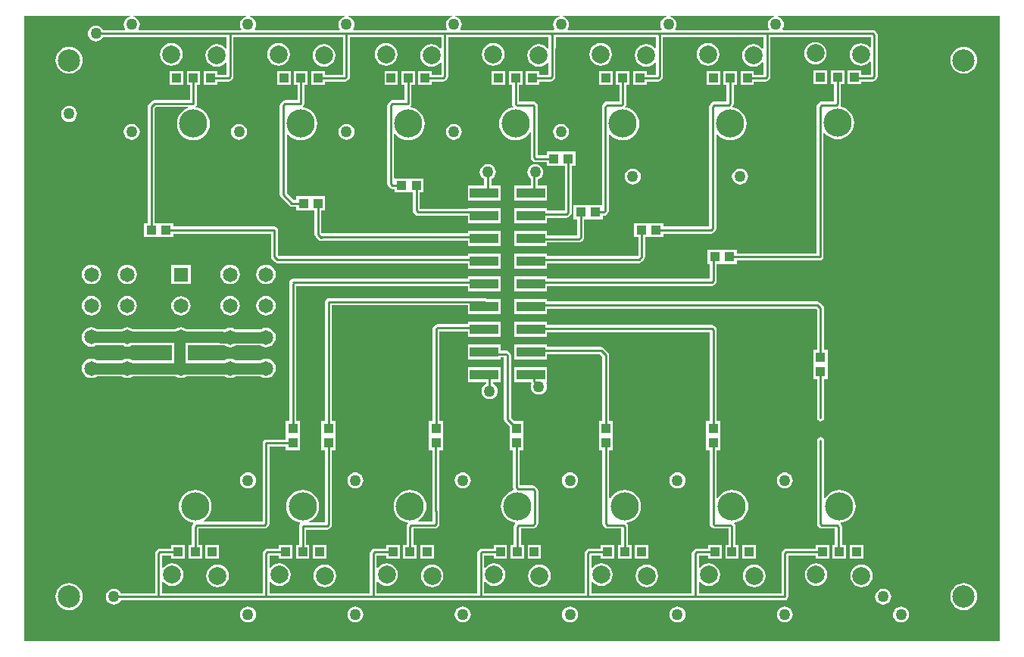
<source format=gtl>
G04*
G04 #@! TF.GenerationSoftware,Altium Limited,Altium Designer,23.5.1 (21)*
G04*
G04 Layer_Physical_Order=1*
G04 Layer_Color=255*
%FSLAX25Y25*%
%MOIN*%
G70*
G04*
G04 #@! TF.SameCoordinates,1A84014D-912B-431A-891A-BB623E0DE537*
G04*
G04*
G04 #@! TF.FilePolarity,Positive*
G04*
G01*
G75*
%ADD12C,0.01000*%
%ADD13R,0.12500X0.04488*%
%ADD14R,0.04182X0.04469*%
%ADD15R,0.04469X0.04182*%
%ADD23C,0.05000*%
%ADD24C,0.06496*%
%ADD25R,0.06496X0.06496*%
%ADD26C,0.09843*%
%ADD27C,0.07874*%
%ADD28R,0.03937X0.03937*%
%ADD29C,0.12402*%
%ADD30C,0.05000*%
G36*
X448111Y393201D02*
X447905Y393174D01*
X447054Y392821D01*
X446323Y392260D01*
X445762Y391529D01*
X445409Y390677D01*
X445289Y389764D01*
X445409Y388850D01*
X445762Y387999D01*
X445959Y387742D01*
X445738Y387293D01*
X442059D01*
X441742Y387356D01*
X422431D01*
X422115Y387293D01*
X404656D01*
X404435Y387742D01*
X404632Y387999D01*
X404985Y388850D01*
X405105Y389764D01*
X404985Y390677D01*
X404632Y391529D01*
X404071Y392260D01*
X403340Y392821D01*
X402489Y393174D01*
X402283Y393201D01*
X402315Y393701D01*
X448078D01*
X448111Y393201D01*
D02*
G37*
G36*
X400867D02*
X400661Y393174D01*
X399810Y392821D01*
X399079Y392260D01*
X398518Y391529D01*
X398165Y390677D01*
X398045Y389764D01*
X398165Y388850D01*
X398518Y387999D01*
X398667Y387805D01*
X398445Y387356D01*
X374894D01*
X374578Y387293D01*
X357412D01*
X357191Y387742D01*
X357388Y387999D01*
X357741Y388850D01*
X357861Y389764D01*
X357741Y390677D01*
X357388Y391529D01*
X356827Y392260D01*
X356096Y392821D01*
X355244Y393174D01*
X355038Y393201D01*
X355071Y393701D01*
X400834D01*
X400867Y393201D01*
D02*
G37*
G36*
X353623D02*
X353417Y393174D01*
X352566Y392821D01*
X351835Y392260D01*
X351273Y391529D01*
X350921Y390677D01*
X350800Y389764D01*
X350921Y388850D01*
X351273Y387999D01*
X351422Y387805D01*
X351201Y387356D01*
X327650D01*
X327334Y387293D01*
X310168D01*
X309947Y387742D01*
X310144Y387999D01*
X310496Y388850D01*
X310617Y389764D01*
X310496Y390677D01*
X310144Y391529D01*
X309583Y392260D01*
X308852Y392821D01*
X308000Y393174D01*
X307794Y393201D01*
X307827Y393701D01*
X353590D01*
X353623Y393201D01*
D02*
G37*
G36*
X306379D02*
X306173Y393174D01*
X305322Y392821D01*
X304590Y392260D01*
X304029Y391529D01*
X303677Y390677D01*
X303556Y389764D01*
X303677Y388850D01*
X304029Y387999D01*
X304178Y387805D01*
X303957Y387356D01*
X281528D01*
X281211Y387293D01*
X262924D01*
X262702Y387742D01*
X262900Y387999D01*
X263252Y388850D01*
X263373Y389764D01*
X263252Y390677D01*
X262900Y391529D01*
X262339Y392260D01*
X261608Y392821D01*
X260756Y393174D01*
X260550Y393201D01*
X260583Y393701D01*
X306346D01*
X306379Y393201D01*
D02*
G37*
G36*
X259135D02*
X258929Y393174D01*
X258077Y392821D01*
X257346Y392260D01*
X256785Y391529D01*
X256433Y390677D01*
X256312Y389764D01*
X256433Y388850D01*
X256785Y387999D01*
X256982Y387742D01*
X256761Y387293D01*
X219617D01*
X219395Y387742D01*
X219593Y387999D01*
X219945Y388850D01*
X220066Y389764D01*
X219945Y390677D01*
X219593Y391529D01*
X219032Y392260D01*
X218301Y392821D01*
X217449Y393174D01*
X217243Y393201D01*
X217276Y393701D01*
X259102D01*
X259135Y393201D01*
D02*
G37*
G36*
X215828D02*
X215622Y393174D01*
X214770Y392821D01*
X214039Y392260D01*
X213478Y391529D01*
X213125Y390677D01*
X213005Y389764D01*
X213125Y388850D01*
X213478Y387999D01*
X213627Y387805D01*
X213406Y387356D01*
X183994D01*
X183678Y387293D01*
X168436D01*
X168214Y387742D01*
X168412Y387999D01*
X168764Y388850D01*
X168885Y389764D01*
X168764Y390677D01*
X168412Y391529D01*
X167851Y392260D01*
X167119Y392821D01*
X166268Y393174D01*
X166062Y393201D01*
X166095Y393701D01*
X215795D01*
X215828Y393201D01*
D02*
G37*
G36*
X547244Y118110D02*
X118110D01*
Y393701D01*
X164614D01*
X164646Y393201D01*
X164441Y393174D01*
X163589Y392821D01*
X162858Y392260D01*
X162297Y391529D01*
X161944Y390677D01*
X161824Y389764D01*
X161944Y388850D01*
X162297Y387999D01*
X162494Y387742D01*
X162273Y387293D01*
X159518D01*
X159201Y387356D01*
X152761D01*
X152664Y387592D01*
X152102Y388323D01*
X151371Y388884D01*
X150520Y389237D01*
X149606Y389357D01*
X148693Y389237D01*
X147841Y388884D01*
X147110Y388323D01*
X146549Y387592D01*
X146196Y386740D01*
X146076Y385827D01*
X146196Y384913D01*
X146549Y384062D01*
X147110Y383330D01*
X147841Y382769D01*
X148693Y382417D01*
X149606Y382297D01*
X150520Y382417D01*
X151371Y382769D01*
X152102Y383330D01*
X152664Y384062D01*
X152761Y384297D01*
X158948D01*
X159264Y384234D01*
X183931D01*
X184248Y384297D01*
X207132D01*
Y379370D01*
X206632Y379200D01*
X206277Y379663D01*
X205246Y380454D01*
X204045Y380952D01*
X202756Y381121D01*
X201467Y380952D01*
X200266Y380454D01*
X199235Y379663D01*
X198443Y378631D01*
X197946Y377431D01*
X197776Y376142D01*
X197946Y374853D01*
X198443Y373652D01*
X199235Y372621D01*
X200266Y371829D01*
X201467Y371332D01*
X202756Y371162D01*
X204045Y371332D01*
X205246Y371829D01*
X206277Y372621D01*
X206632Y373083D01*
X207132Y372914D01*
Y367671D01*
X202969D01*
Y369110D01*
X197031D01*
Y363173D01*
X202969D01*
Y364612D01*
X208076D01*
X208661Y364729D01*
X209157Y365060D01*
X209743Y365646D01*
X210074Y366142D01*
X210191Y366727D01*
Y384297D01*
X214562D01*
X214879Y384234D01*
X258313D01*
Y367671D01*
X250213D01*
Y369110D01*
X244276D01*
Y363173D01*
X250213D01*
Y364612D01*
X259257D01*
X259842Y364729D01*
X260338Y365060D01*
X260924Y365646D01*
X261256Y366142D01*
X261372Y366727D01*
Y384234D01*
X281465D01*
X281781Y384297D01*
X301620D01*
Y379926D01*
X301557Y379610D01*
Y379452D01*
X301057Y379282D01*
X300765Y379663D01*
X299734Y380454D01*
X298533Y380952D01*
X297244Y381121D01*
X295955Y380952D01*
X294754Y380454D01*
X293723Y379663D01*
X292932Y378631D01*
X292434Y377431D01*
X292265Y376142D01*
X292434Y374853D01*
X292932Y373652D01*
X293723Y372621D01*
X294754Y371829D01*
X295955Y371332D01*
X297244Y371162D01*
X298533Y371332D01*
X299734Y371829D01*
X300765Y372621D01*
X301057Y373001D01*
X301557Y372831D01*
Y367671D01*
X297457D01*
Y369110D01*
X291520D01*
Y363173D01*
X297457D01*
Y364612D01*
X302501D01*
X303086Y364729D01*
X303582Y365060D01*
X304168Y365646D01*
X304500Y366142D01*
X304616Y366727D01*
Y379356D01*
X304679Y379673D01*
Y384112D01*
X305179Y384284D01*
X305430Y384234D01*
X327587D01*
X327904Y384297D01*
X348864D01*
Y379926D01*
X348801Y379610D01*
Y379452D01*
X348301Y379282D01*
X348009Y379663D01*
X346978Y380454D01*
X345777Y380952D01*
X344488Y381121D01*
X343199Y380952D01*
X341998Y380454D01*
X340967Y379663D01*
X340176Y378631D01*
X339678Y377431D01*
X339509Y376142D01*
X339678Y374853D01*
X340176Y373652D01*
X340967Y372621D01*
X341998Y371829D01*
X343199Y371332D01*
X344488Y371162D01*
X345777Y371332D01*
X346978Y371829D01*
X348009Y372621D01*
X348301Y373001D01*
X348801Y372831D01*
Y367671D01*
X344701D01*
Y369110D01*
X338764D01*
Y363173D01*
X344701D01*
Y364612D01*
X349745D01*
X350330Y364729D01*
X350826Y365060D01*
X351412Y365646D01*
X351744Y366142D01*
X351860Y366727D01*
Y379356D01*
X351923Y379673D01*
Y384112D01*
X352423Y384284D01*
X352674Y384234D01*
X374831D01*
X375148Y384297D01*
X396108D01*
Y379926D01*
X396045Y379610D01*
Y379452D01*
X395545Y379282D01*
X395253Y379663D01*
X394222Y380454D01*
X393021Y380952D01*
X391732Y381121D01*
X390443Y380952D01*
X389243Y380454D01*
X388211Y379663D01*
X387420Y378631D01*
X386922Y377431D01*
X386753Y376142D01*
X386922Y374853D01*
X387420Y373652D01*
X388211Y372621D01*
X389243Y371829D01*
X390443Y371332D01*
X391732Y371162D01*
X393021Y371332D01*
X394222Y371829D01*
X395253Y372621D01*
X395545Y373001D01*
X396045Y372831D01*
Y367671D01*
X391945D01*
Y369110D01*
X386008D01*
Y363173D01*
X391945D01*
Y364612D01*
X396989D01*
X397574Y364729D01*
X398070Y365060D01*
X398656Y365646D01*
X398988Y366142D01*
X399104Y366727D01*
Y379356D01*
X399167Y379673D01*
Y384112D01*
X399667Y384284D01*
X399918Y384234D01*
X422368D01*
X422685Y384297D01*
X441488D01*
X441805Y384234D01*
X443353D01*
Y379370D01*
X442852Y379200D01*
X442497Y379663D01*
X441466Y380454D01*
X440265Y380952D01*
X438976Y381121D01*
X437688Y380952D01*
X436487Y380454D01*
X435455Y379663D01*
X434664Y378631D01*
X434166Y377431D01*
X433997Y376142D01*
X434166Y374853D01*
X434664Y373652D01*
X435455Y372621D01*
X436487Y371829D01*
X437688Y371332D01*
X438976Y371162D01*
X440265Y371332D01*
X441466Y371829D01*
X442497Y372621D01*
X442852Y373083D01*
X443353Y372914D01*
Y367671D01*
X439189D01*
Y369110D01*
X433252D01*
Y363173D01*
X439189D01*
Y364612D01*
X444296D01*
X444881Y364729D01*
X445377Y365060D01*
X445963Y365646D01*
X446295Y366142D01*
X446411Y366727D01*
Y384234D01*
X490597D01*
Y379764D01*
X490097Y379594D01*
X489742Y380057D01*
X488710Y380848D01*
X487509Y381345D01*
X486221Y381515D01*
X484932Y381345D01*
X483731Y380848D01*
X482699Y380057D01*
X481908Y379025D01*
X481411Y377824D01*
X481241Y376535D01*
X481411Y375247D01*
X481908Y374046D01*
X482699Y373014D01*
X483731Y372223D01*
X484932Y371726D01*
X486221Y371556D01*
X487509Y371726D01*
X488710Y372223D01*
X489742Y373014D01*
X490097Y373477D01*
X490597Y373307D01*
Y367671D01*
X486433D01*
Y369504D01*
X480496D01*
Y363567D01*
X486433D01*
Y364612D01*
X491540D01*
X492126Y364729D01*
X492622Y365060D01*
X493207Y365646D01*
X493539Y366142D01*
X493655Y366727D01*
Y385178D01*
X493539Y385763D01*
X493207Y386259D01*
X492622Y386845D01*
X492126Y387177D01*
X491540Y387293D01*
X451900D01*
X451679Y387742D01*
X451876Y387999D01*
X452229Y388850D01*
X452349Y389764D01*
X452229Y390677D01*
X451876Y391529D01*
X451315Y392260D01*
X450584Y392821D01*
X449733Y393174D01*
X449527Y393201D01*
X449559Y393701D01*
X547244D01*
Y118110D01*
D02*
G37*
%LPC*%
G36*
X466221Y382047D02*
X464932Y381877D01*
X463731Y381379D01*
X462699Y380588D01*
X461908Y379557D01*
X461411Y378356D01*
X461241Y377067D01*
X461411Y375778D01*
X461908Y374577D01*
X462699Y373546D01*
X463731Y372755D01*
X464932Y372257D01*
X466221Y372087D01*
X467509Y372257D01*
X468710Y372755D01*
X469742Y373546D01*
X470533Y374577D01*
X471030Y375778D01*
X471200Y377067D01*
X471030Y378356D01*
X470533Y379557D01*
X469742Y380588D01*
X468710Y381379D01*
X467509Y381877D01*
X466221Y382047D01*
D02*
G37*
G36*
X418976Y381653D02*
X417688Y381483D01*
X416487Y380986D01*
X415455Y380194D01*
X414664Y379163D01*
X414166Y377962D01*
X413997Y376673D01*
X414166Y375384D01*
X414664Y374183D01*
X415455Y373152D01*
X416487Y372361D01*
X417688Y371863D01*
X418976Y371694D01*
X420265Y371863D01*
X421466Y372361D01*
X422498Y373152D01*
X423289Y374183D01*
X423786Y375384D01*
X423956Y376673D01*
X423786Y377962D01*
X423289Y379163D01*
X422498Y380194D01*
X421466Y380986D01*
X420265Y381483D01*
X418976Y381653D01*
D02*
G37*
G36*
X371732D02*
X370444Y381483D01*
X369243Y380986D01*
X368211Y380194D01*
X367420Y379163D01*
X366922Y377962D01*
X366753Y376673D01*
X366922Y375384D01*
X367420Y374183D01*
X368211Y373152D01*
X369243Y372361D01*
X370444Y371863D01*
X371732Y371694D01*
X373021Y371863D01*
X374222Y372361D01*
X375253Y373152D01*
X376045Y374183D01*
X376542Y375384D01*
X376712Y376673D01*
X376542Y377962D01*
X376045Y379163D01*
X375253Y380194D01*
X374222Y380986D01*
X373021Y381483D01*
X371732Y381653D01*
D02*
G37*
G36*
X324488D02*
X323199Y381483D01*
X321998Y380986D01*
X320967Y380194D01*
X320176Y379163D01*
X319678Y377962D01*
X319509Y376673D01*
X319678Y375384D01*
X320176Y374183D01*
X320967Y373152D01*
X321998Y372361D01*
X323199Y371863D01*
X324488Y371694D01*
X325777Y371863D01*
X326978Y372361D01*
X328009Y373152D01*
X328801Y374183D01*
X329298Y375384D01*
X329468Y376673D01*
X329298Y377962D01*
X328801Y379163D01*
X328009Y380194D01*
X326978Y380986D01*
X325777Y381483D01*
X324488Y381653D01*
D02*
G37*
G36*
X277244D02*
X275955Y381483D01*
X274754Y380986D01*
X273723Y380194D01*
X272932Y379163D01*
X272434Y377962D01*
X272265Y376673D01*
X272434Y375384D01*
X272932Y374183D01*
X273723Y373152D01*
X274754Y372361D01*
X275955Y371863D01*
X277244Y371694D01*
X278533Y371863D01*
X279734Y372361D01*
X280765Y373152D01*
X281557Y374183D01*
X282054Y375384D01*
X282224Y376673D01*
X282054Y377962D01*
X281557Y379163D01*
X280765Y380194D01*
X279734Y380986D01*
X278533Y381483D01*
X277244Y381653D01*
D02*
G37*
G36*
X230000D02*
X228711Y381483D01*
X227510Y380986D01*
X226479Y380194D01*
X225688Y379163D01*
X225190Y377962D01*
X225020Y376673D01*
X225190Y375384D01*
X225688Y374183D01*
X226479Y373152D01*
X227510Y372361D01*
X228711Y371863D01*
X230000Y371694D01*
X231289Y371863D01*
X232490Y372361D01*
X233521Y373152D01*
X234313Y374183D01*
X234810Y375384D01*
X234980Y376673D01*
X234810Y377962D01*
X234313Y379163D01*
X233521Y380194D01*
X232490Y380986D01*
X231289Y381483D01*
X230000Y381653D01*
D02*
G37*
G36*
X182756D02*
X181467Y381483D01*
X180266Y380986D01*
X179235Y380194D01*
X178443Y379163D01*
X177946Y377962D01*
X177776Y376673D01*
X177946Y375384D01*
X178443Y374183D01*
X179235Y373152D01*
X180266Y372361D01*
X181467Y371863D01*
X182756Y371694D01*
X184045Y371863D01*
X185246Y372361D01*
X186277Y373152D01*
X187068Y374183D01*
X187566Y375384D01*
X187735Y376673D01*
X187566Y377962D01*
X187068Y379163D01*
X186277Y380194D01*
X185246Y380986D01*
X184045Y381483D01*
X182756Y381653D01*
D02*
G37*
G36*
X250000Y381121D02*
X248711Y380952D01*
X247510Y380454D01*
X246479Y379663D01*
X245688Y378631D01*
X245190Y377431D01*
X245020Y376142D01*
X245190Y374853D01*
X245688Y373652D01*
X246479Y372621D01*
X247510Y371829D01*
X248711Y371332D01*
X250000Y371162D01*
X251289Y371332D01*
X252490Y371829D01*
X253521Y372621D01*
X254312Y373652D01*
X254810Y374853D01*
X254980Y376142D01*
X254810Y377431D01*
X254312Y378631D01*
X253521Y379663D01*
X252490Y380454D01*
X251289Y380952D01*
X250000Y381121D01*
D02*
G37*
G36*
X531496Y379966D02*
X530335Y379851D01*
X529219Y379513D01*
X528191Y378963D01*
X527289Y378223D01*
X526549Y377321D01*
X525999Y376293D01*
X525661Y375177D01*
X525546Y374016D01*
X525661Y372855D01*
X525999Y371739D01*
X526549Y370710D01*
X527289Y369809D01*
X528191Y369069D01*
X529219Y368519D01*
X530335Y368180D01*
X531496Y368066D01*
X532657Y368180D01*
X533773Y368519D01*
X534802Y369069D01*
X535703Y369809D01*
X536443Y370710D01*
X536993Y371739D01*
X537332Y372855D01*
X537446Y374016D01*
X537332Y375177D01*
X536993Y376293D01*
X536443Y377321D01*
X535703Y378223D01*
X534802Y378963D01*
X533773Y379513D01*
X532657Y379851D01*
X531496Y379966D01*
D02*
G37*
G36*
X137795D02*
X136635Y379851D01*
X135518Y379513D01*
X134490Y378963D01*
X133588Y378223D01*
X132848Y377321D01*
X132298Y376293D01*
X131960Y375177D01*
X131845Y374016D01*
X131960Y372855D01*
X132298Y371739D01*
X132848Y370710D01*
X133588Y369809D01*
X134490Y369069D01*
X135518Y368519D01*
X136635Y368180D01*
X137795Y368066D01*
X138956Y368180D01*
X140072Y368519D01*
X141101Y369069D01*
X142002Y369809D01*
X142743Y370710D01*
X143292Y371739D01*
X143631Y372855D01*
X143745Y374016D01*
X143631Y375177D01*
X143292Y376293D01*
X142743Y377321D01*
X142002Y378223D01*
X141101Y378963D01*
X140072Y379513D01*
X138956Y379851D01*
X137795Y379966D01*
D02*
G37*
G36*
X471472Y369504D02*
X465535D01*
Y363567D01*
X471472D01*
Y369504D01*
D02*
G37*
G36*
X424228Y369110D02*
X418291D01*
Y363173D01*
X424228D01*
Y369110D01*
D02*
G37*
G36*
X376984D02*
X371047D01*
Y363173D01*
X376984D01*
Y369110D01*
D02*
G37*
G36*
X329740D02*
X323803D01*
Y363173D01*
X329740D01*
Y369110D01*
D02*
G37*
G36*
X282496D02*
X276559D01*
Y363173D01*
X282496D01*
Y369110D01*
D02*
G37*
G36*
X235252D02*
X229315D01*
Y363173D01*
X235252D01*
Y369110D01*
D02*
G37*
G36*
X188008D02*
X182071D01*
Y363173D01*
X188008D01*
Y369110D01*
D02*
G37*
G36*
X137795Y353924D02*
X136882Y353804D01*
X136030Y353451D01*
X135299Y352890D01*
X134738Y352159D01*
X134385Y351307D01*
X134265Y350394D01*
X134385Y349480D01*
X134738Y348629D01*
X135299Y347898D01*
X136030Y347337D01*
X136882Y346984D01*
X137795Y346864D01*
X138709Y346984D01*
X139560Y347337D01*
X140292Y347898D01*
X140852Y348629D01*
X141205Y349480D01*
X141325Y350394D01*
X141205Y351307D01*
X140852Y352159D01*
X140292Y352890D01*
X139560Y353451D01*
X138709Y353804D01*
X137795Y353924D01*
D02*
G37*
G36*
X478953Y369504D02*
X473016D01*
Y363567D01*
X474455D01*
Y355860D01*
X469090D01*
X468504Y355744D01*
X468008Y355412D01*
X467202Y354606D01*
X466870Y354110D01*
X466754Y353524D01*
Y288931D01*
X431641D01*
Y290492D01*
X418752D01*
Y284311D01*
X419686D01*
Y277750D01*
X348205D01*
Y278835D01*
X333705D01*
Y272346D01*
X348205D01*
Y274691D01*
X420630D01*
X421215Y274808D01*
X421711Y275139D01*
X422297Y275725D01*
X422629Y276221D01*
X422745Y276806D01*
Y284311D01*
X431641D01*
Y285872D01*
X468284D01*
X468869Y285989D01*
X469365Y286320D01*
X469696Y286816D01*
X469813Y287402D01*
Y341838D01*
X470313Y342017D01*
X470868Y341340D01*
X471964Y340441D01*
X473215Y339772D01*
X474573Y339360D01*
X475984Y339221D01*
X477396Y339360D01*
X478753Y339772D01*
X480004Y340441D01*
X481101Y341340D01*
X482000Y342437D01*
X482669Y343688D01*
X483081Y345045D01*
X483220Y346457D01*
X483081Y347868D01*
X482669Y349226D01*
X482000Y350477D01*
X481101Y351573D01*
X480004Y352473D01*
X478753Y353141D01*
X477451Y353537D01*
X477342Y353716D01*
X477224Y354073D01*
X477397Y354331D01*
X477514Y354917D01*
Y363567D01*
X478953D01*
Y369504D01*
D02*
G37*
G36*
X354331Y346050D02*
X353417Y345930D01*
X352566Y345577D01*
X351835Y345016D01*
X351273Y344285D01*
X350921Y343433D01*
X350800Y342520D01*
X350921Y341606D01*
X351273Y340755D01*
X351835Y340023D01*
X352566Y339462D01*
X353417Y339110D01*
X354331Y338989D01*
X355244Y339110D01*
X356096Y339462D01*
X356827Y340023D01*
X357388Y340755D01*
X357741Y341606D01*
X357861Y342520D01*
X357741Y343433D01*
X357388Y344285D01*
X356827Y345016D01*
X356096Y345577D01*
X355244Y345930D01*
X354331Y346050D01*
D02*
G37*
G36*
X307087D02*
X306173Y345930D01*
X305322Y345577D01*
X304590Y345016D01*
X304029Y344285D01*
X303677Y343433D01*
X303556Y342520D01*
X303677Y341606D01*
X304029Y340755D01*
X304590Y340023D01*
X305322Y339462D01*
X306173Y339110D01*
X307087Y338989D01*
X308000Y339110D01*
X308852Y339462D01*
X309583Y340023D01*
X310144Y340755D01*
X310496Y341606D01*
X310617Y342520D01*
X310496Y343433D01*
X310144Y344285D01*
X309583Y345016D01*
X308852Y345577D01*
X308000Y345930D01*
X307087Y346050D01*
D02*
G37*
G36*
X259842D02*
X258929Y345930D01*
X258077Y345577D01*
X257346Y345016D01*
X256785Y344285D01*
X256433Y343433D01*
X256312Y342520D01*
X256433Y341606D01*
X256785Y340755D01*
X257346Y340023D01*
X258077Y339462D01*
X258929Y339110D01*
X259842Y338989D01*
X260756Y339110D01*
X261608Y339462D01*
X262339Y340023D01*
X262900Y340755D01*
X263252Y341606D01*
X263373Y342520D01*
X263252Y343433D01*
X262900Y344285D01*
X262339Y345016D01*
X261608Y345577D01*
X260756Y345930D01*
X259842Y346050D01*
D02*
G37*
G36*
X212598D02*
X211685Y345930D01*
X210833Y345577D01*
X210102Y345016D01*
X209541Y344285D01*
X209189Y343433D01*
X209068Y342520D01*
X209189Y341606D01*
X209541Y340755D01*
X210102Y340023D01*
X210833Y339462D01*
X211685Y339110D01*
X212598Y338989D01*
X213512Y339110D01*
X214364Y339462D01*
X215095Y340023D01*
X215656Y340755D01*
X216008Y341606D01*
X216129Y342520D01*
X216008Y343433D01*
X215656Y344285D01*
X215095Y345016D01*
X214364Y345577D01*
X213512Y345930D01*
X212598Y346050D01*
D02*
G37*
G36*
X165354D02*
X164441Y345930D01*
X163589Y345577D01*
X162858Y345016D01*
X162297Y344285D01*
X161944Y343433D01*
X161824Y342520D01*
X161944Y341606D01*
X162297Y340755D01*
X162858Y340023D01*
X163589Y339462D01*
X164441Y339110D01*
X165354Y338989D01*
X166268Y339110D01*
X167119Y339462D01*
X167851Y340023D01*
X168412Y340755D01*
X168764Y341606D01*
X168885Y342520D01*
X168764Y343433D01*
X168412Y344285D01*
X167851Y345016D01*
X167119Y345577D01*
X166268Y345930D01*
X165354Y346050D01*
D02*
G37*
G36*
X431709Y369110D02*
X425772D01*
Y363173D01*
X427211D01*
Y355860D01*
X421846D01*
X421260Y355744D01*
X420764Y355412D01*
X419958Y354606D01*
X419626Y354110D01*
X419510Y353524D01*
Y300742D01*
X399418D01*
Y302303D01*
X386529D01*
Y296122D01*
X388234D01*
Y288035D01*
X387949Y287750D01*
X348205D01*
Y288835D01*
X333705D01*
Y282347D01*
X348205D01*
Y284691D01*
X388583D01*
X389168Y284807D01*
X389664Y285139D01*
X390845Y286320D01*
X391177Y286816D01*
X391293Y287402D01*
Y296122D01*
X399418D01*
Y297683D01*
X420454D01*
X421039Y297800D01*
X421535Y298131D01*
X422121Y298717D01*
X422452Y299213D01*
X422569Y299798D01*
Y341444D01*
X423069Y341623D01*
X423624Y340947D01*
X424720Y340047D01*
X425971Y339378D01*
X427328Y338966D01*
X428740Y338827D01*
X430152Y338966D01*
X431509Y339378D01*
X432760Y340047D01*
X433856Y340947D01*
X434756Y342043D01*
X435425Y343294D01*
X435837Y344651D01*
X435976Y346063D01*
X435837Y347475D01*
X435425Y348832D01*
X434756Y350083D01*
X433856Y351179D01*
X432760Y352079D01*
X431509Y352748D01*
X430152Y353160D01*
X429818Y353192D01*
X429650Y353663D01*
X429822Y353835D01*
X430153Y354331D01*
X430269Y354917D01*
Y363173D01*
X431709D01*
Y369110D01*
D02*
G37*
G36*
X384465D02*
X378528D01*
Y363173D01*
X379967D01*
Y355860D01*
X374602D01*
X374016Y355744D01*
X373520Y355412D01*
X372714Y354606D01*
X372382Y354110D01*
X372266Y353524D01*
Y310177D01*
X359697D01*
Y303996D01*
X361402D01*
Y296805D01*
X348205D01*
Y298835D01*
X333705D01*
Y292347D01*
X348205D01*
Y293746D01*
X362205D01*
X362790Y293863D01*
X363286Y294194D01*
X364013Y294921D01*
X364345Y295417D01*
X364461Y296002D01*
Y303996D01*
X372586D01*
Y305557D01*
X373210D01*
X373795Y305674D01*
X374291Y306005D01*
X374877Y306591D01*
X375208Y307087D01*
X375325Y307672D01*
Y341444D01*
X375825Y341623D01*
X376380Y340947D01*
X377476Y340047D01*
X378727Y339378D01*
X380084Y338966D01*
X381496Y338827D01*
X382908Y338966D01*
X384265Y339378D01*
X385516Y340047D01*
X386612Y340947D01*
X387512Y342043D01*
X388181Y343294D01*
X388593Y344651D01*
X388732Y346063D01*
X388593Y347475D01*
X388181Y348832D01*
X387512Y350083D01*
X386612Y351179D01*
X385516Y352079D01*
X384265Y352748D01*
X382908Y353160D01*
X382574Y353192D01*
X382406Y353663D01*
X382577Y353835D01*
X382909Y354331D01*
X383026Y354917D01*
Y363173D01*
X384465D01*
Y369110D01*
D02*
G37*
G36*
X289976D02*
X284039D01*
Y363173D01*
X285478D01*
Y356446D01*
X280113D01*
X279528Y356329D01*
X279032Y355998D01*
X278226Y355192D01*
X277894Y354696D01*
X277778Y354110D01*
Y319483D01*
X277894Y318898D01*
X278226Y318402D01*
X278811Y317816D01*
X279308Y317485D01*
X279893Y317368D01*
X280957D01*
Y315807D01*
X289082D01*
Y307813D01*
X289199Y307228D01*
X289530Y306732D01*
X290257Y306005D01*
X290753Y305674D01*
X291339Y305557D01*
X313213D01*
Y302346D01*
X327713D01*
Y308835D01*
X313213D01*
Y308616D01*
X292141D01*
Y315807D01*
X293846D01*
Y321989D01*
X280957D01*
X280837Y322439D01*
Y341444D01*
X281336Y341623D01*
X281891Y340947D01*
X282988Y340047D01*
X284239Y339378D01*
X285596Y338966D01*
X287008Y338827D01*
X288420Y338966D01*
X289777Y339378D01*
X291028Y340047D01*
X292124Y340947D01*
X293024Y342043D01*
X293693Y343294D01*
X294105Y344651D01*
X294244Y346063D01*
X294105Y347475D01*
X293693Y348832D01*
X293024Y350083D01*
X292124Y351179D01*
X291028Y352079D01*
X289777Y352748D01*
X288420Y353160D01*
X288035Y353197D01*
X287906Y353713D01*
X288089Y353835D01*
X288421Y354331D01*
X288537Y354917D01*
Y363173D01*
X289976D01*
Y369110D01*
D02*
G37*
G36*
X242732D02*
X236795D01*
Y363173D01*
X238234D01*
Y356446D01*
X232869D01*
X232284Y356329D01*
X231788Y355998D01*
X230981Y355192D01*
X230650Y354696D01*
X230534Y354110D01*
Y314813D01*
X230650Y314227D01*
X230981Y313731D01*
X234771Y309942D01*
X235267Y309611D01*
X235852Y309494D01*
X237650D01*
Y307933D01*
X245775D01*
Y297377D01*
X245892Y296792D01*
X246223Y296296D01*
X247638Y294882D01*
X248134Y294550D01*
X248719Y294434D01*
X249304Y294550D01*
X249515Y294691D01*
X313213D01*
Y292347D01*
X327713D01*
Y298835D01*
X313213D01*
Y297750D01*
X249095D01*
X248834Y298011D01*
Y307933D01*
X250539D01*
Y314114D01*
X237650D01*
Y312553D01*
X236486D01*
X233592Y315446D01*
Y341444D01*
X234092Y341623D01*
X234647Y340947D01*
X235744Y340047D01*
X236995Y339378D01*
X238352Y338966D01*
X239764Y338827D01*
X241175Y338966D01*
X242533Y339378D01*
X243784Y340047D01*
X244880Y340947D01*
X245780Y342043D01*
X246449Y343294D01*
X246860Y344651D01*
X246999Y346063D01*
X246860Y347475D01*
X246449Y348832D01*
X245780Y350083D01*
X244880Y351179D01*
X243784Y352079D01*
X242533Y352748D01*
X241175Y353160D01*
X240791Y353197D01*
X240662Y353713D01*
X240845Y353835D01*
X241177Y354331D01*
X241293Y354917D01*
Y363173D01*
X242732D01*
Y369110D01*
D02*
G37*
G36*
X195488D02*
X189551D01*
Y363173D01*
X190990D01*
Y356446D01*
X175268D01*
X174682Y356329D01*
X174186Y355998D01*
X172874Y354685D01*
X172542Y354189D01*
X172426Y353604D01*
Y302303D01*
X170721D01*
Y296122D01*
X183610D01*
Y297683D01*
X226655D01*
Y287564D01*
X226771Y286979D01*
X227103Y286482D01*
X228446Y285139D01*
X228942Y284807D01*
X229528Y284691D01*
X313213D01*
Y282347D01*
X327713D01*
Y288835D01*
X313213D01*
Y287750D01*
X230161D01*
X229714Y288197D01*
Y299213D01*
X229597Y299798D01*
X229266Y300294D01*
X228769Y300626D01*
X228184Y300742D01*
X183610D01*
Y302303D01*
X175485D01*
Y352970D01*
X175901Y353387D01*
X190136D01*
X190210Y352887D01*
X189751Y352748D01*
X188500Y352079D01*
X187403Y351179D01*
X186504Y350083D01*
X185835Y348832D01*
X185423Y347475D01*
X185284Y346063D01*
X185423Y344651D01*
X185835Y343294D01*
X186504Y342043D01*
X187403Y340947D01*
X188500Y340047D01*
X189751Y339378D01*
X191108Y338966D01*
X192520Y338827D01*
X193931Y338966D01*
X195289Y339378D01*
X196540Y340047D01*
X197636Y340947D01*
X198536Y342043D01*
X199205Y343294D01*
X199616Y344651D01*
X199755Y346063D01*
X199616Y347475D01*
X199205Y348832D01*
X198536Y350083D01*
X197636Y351179D01*
X196540Y352079D01*
X195289Y352748D01*
X193931Y353160D01*
X193547Y353197D01*
X193418Y353713D01*
X193601Y353835D01*
X193933Y354331D01*
X194049Y354917D01*
Y363173D01*
X195488D01*
Y369110D01*
D02*
G37*
G36*
X433071Y326365D02*
X432157Y326245D01*
X431306Y325892D01*
X430575Y325331D01*
X430014Y324600D01*
X429661Y323748D01*
X429541Y322835D01*
X429661Y321921D01*
X430014Y321070D01*
X430575Y320338D01*
X431306Y319777D01*
X432157Y319425D01*
X433071Y319304D01*
X433985Y319425D01*
X434836Y319777D01*
X435567Y320338D01*
X436128Y321070D01*
X436481Y321921D01*
X436601Y322835D01*
X436481Y323748D01*
X436128Y324600D01*
X435567Y325331D01*
X434836Y325892D01*
X433985Y326245D01*
X433071Y326365D01*
D02*
G37*
G36*
X385827D02*
X384913Y326245D01*
X384062Y325892D01*
X383330Y325331D01*
X382769Y324600D01*
X382417Y323748D01*
X382297Y322835D01*
X382417Y321921D01*
X382769Y321070D01*
X383330Y320338D01*
X384062Y319777D01*
X384913Y319425D01*
X385827Y319304D01*
X386740Y319425D01*
X387592Y319777D01*
X388323Y320338D01*
X388884Y321070D01*
X389237Y321921D01*
X389357Y322835D01*
X389237Y323748D01*
X388884Y324600D01*
X388323Y325331D01*
X387592Y325892D01*
X386740Y326245D01*
X385827Y326365D01*
D02*
G37*
G36*
X342957Y328333D02*
X342043Y328213D01*
X341192Y327860D01*
X340460Y327299D01*
X339899Y326568D01*
X339547Y325717D01*
X339427Y324803D01*
X339547Y323889D01*
X339899Y323038D01*
X340460Y322307D01*
X340990Y321900D01*
Y318835D01*
X333705D01*
Y312347D01*
X348205D01*
Y318835D01*
X344049D01*
Y321467D01*
X344722Y321746D01*
X345453Y322307D01*
X346014Y323038D01*
X346367Y323889D01*
X346487Y324803D01*
X346367Y325717D01*
X346014Y326568D01*
X345453Y327299D01*
X344722Y327860D01*
X343870Y328213D01*
X342957Y328333D01*
D02*
G37*
G36*
X322070D02*
X321156Y328213D01*
X320305Y327860D01*
X319574Y327299D01*
X319013Y326568D01*
X318660Y325717D01*
X318540Y324803D01*
X318660Y323889D01*
X319013Y323038D01*
X319574Y322307D01*
X320305Y321746D01*
X320541Y321648D01*
Y318835D01*
X313213D01*
Y312347D01*
X327713D01*
Y318835D01*
X323599D01*
Y321648D01*
X323835Y321746D01*
X324566Y322307D01*
X325127Y323038D01*
X325480Y323889D01*
X325600Y324803D01*
X325480Y325717D01*
X325127Y326568D01*
X324566Y327299D01*
X323835Y327860D01*
X322984Y328213D01*
X322070Y328333D01*
D02*
G37*
G36*
X337221Y369110D02*
X331283D01*
Y363173D01*
X332723D01*
Y354917D01*
X332839Y354331D01*
X333171Y353835D01*
X333342Y353663D01*
X333174Y353192D01*
X332840Y353160D01*
X331483Y352748D01*
X330232Y352079D01*
X329136Y351179D01*
X328236Y350083D01*
X327567Y348832D01*
X327155Y347475D01*
X327016Y346063D01*
X327155Y344651D01*
X327567Y343294D01*
X328236Y342043D01*
X329136Y340947D01*
X330232Y340047D01*
X331483Y339378D01*
X332840Y338966D01*
X334252Y338827D01*
X335664Y338966D01*
X337021Y339378D01*
X338272Y340047D01*
X339368Y340947D01*
X340268Y342043D01*
X340490Y342459D01*
X340990Y342333D01*
Y331294D01*
X341107Y330709D01*
X341438Y330213D01*
X342024Y329627D01*
X342520Y329296D01*
X343106Y329179D01*
X347886D01*
Y327618D01*
X356012D01*
Y307750D01*
X348205D01*
Y308835D01*
X333705D01*
Y302346D01*
X348205D01*
Y304691D01*
X356720D01*
X357305Y304807D01*
X357801Y305139D01*
X358622Y305960D01*
X358954Y306456D01*
X359070Y307042D01*
Y327618D01*
X360775D01*
Y333800D01*
X347886D01*
Y332238D01*
X344049D01*
Y353745D01*
X343933Y354330D01*
X343601Y354826D01*
X343015Y355412D01*
X342519Y355744D01*
X341934Y355860D01*
X335781D01*
Y363173D01*
X337221D01*
Y369110D01*
D02*
G37*
G36*
X327713Y278835D02*
X313213D01*
Y277750D01*
X236221Y277750D01*
X235635Y277633D01*
X235139Y277302D01*
X234807Y276806D01*
X234691Y276220D01*
X234759Y275880D01*
X234691Y275539D01*
Y215106D01*
X233130D01*
Y208637D01*
Y206981D01*
X224410D01*
X223824Y206864D01*
X223328Y206533D01*
X222996Y206036D01*
X222880Y205451D01*
Y170821D01*
X197037D01*
X196911Y171321D01*
X197327Y171543D01*
X198424Y172443D01*
X199323Y173539D01*
X199992Y174790D01*
X200404Y176147D01*
X200543Y177559D01*
X200404Y178971D01*
X199992Y180328D01*
X199323Y181579D01*
X198424Y182675D01*
X197327Y183575D01*
X196076Y184244D01*
X194719Y184656D01*
X193307Y184795D01*
X191895Y184656D01*
X190538Y184244D01*
X189287Y183575D01*
X188191Y182675D01*
X187291Y181579D01*
X186622Y180328D01*
X186211Y178971D01*
X186072Y177559D01*
X186211Y176147D01*
X186622Y174790D01*
X187291Y173539D01*
X188191Y172443D01*
X189287Y171543D01*
X190538Y170874D01*
X191895Y170463D01*
X192229Y170430D01*
X192397Y169959D01*
X192226Y169787D01*
X191894Y169291D01*
X191778Y168705D01*
Y160449D01*
X190339D01*
Y154512D01*
X196276D01*
Y160449D01*
X194836D01*
Y167762D01*
X223824D01*
X224409Y167878D01*
X224905Y168210D01*
X225491Y168796D01*
X225822Y169292D01*
X225939Y169877D01*
Y203922D01*
X233130D01*
Y202217D01*
X239311D01*
Y208637D01*
Y215106D01*
X237750D01*
Y274691D01*
X313213Y274691D01*
Y272346D01*
X327713D01*
Y278835D01*
D02*
G37*
G36*
X191248Y283928D02*
X182752D01*
Y275431D01*
X191248D01*
Y283928D01*
D02*
G37*
G36*
X224410Y283997D02*
X223301Y283851D01*
X222267Y283423D01*
X221380Y282742D01*
X220699Y281855D01*
X220271Y280822D01*
X220125Y279713D01*
X220271Y278604D01*
X220699Y277570D01*
X221380Y276683D01*
X222267Y276002D01*
X223301Y275574D01*
X224410Y275428D01*
X225518Y275574D01*
X226552Y276002D01*
X227439Y276683D01*
X228120Y277570D01*
X228548Y278604D01*
X228694Y279713D01*
X228548Y280822D01*
X228120Y281855D01*
X227439Y282742D01*
X226552Y283423D01*
X225518Y283851D01*
X224410Y283997D01*
D02*
G37*
G36*
X208661D02*
X207553Y283851D01*
X206519Y283423D01*
X205632Y282742D01*
X204951Y281855D01*
X204523Y280822D01*
X204377Y279713D01*
X204523Y278604D01*
X204951Y277570D01*
X205632Y276683D01*
X206519Y276002D01*
X207553Y275574D01*
X208661Y275428D01*
X209770Y275574D01*
X210804Y276002D01*
X211691Y276683D01*
X212372Y277570D01*
X212800Y278604D01*
X212946Y279713D01*
X212800Y280822D01*
X212372Y281855D01*
X211691Y282742D01*
X210804Y283423D01*
X209770Y283851D01*
X208661Y283997D01*
D02*
G37*
G36*
X163386D02*
X162277Y283851D01*
X161243Y283423D01*
X160356Y282742D01*
X159675Y281855D01*
X159247Y280822D01*
X159101Y279713D01*
X159247Y278604D01*
X159675Y277570D01*
X160356Y276683D01*
X161243Y276002D01*
X162277Y275574D01*
X163386Y275428D01*
X164495Y275574D01*
X165528Y276002D01*
X166416Y276683D01*
X167096Y277570D01*
X167525Y278604D01*
X167671Y279713D01*
X167525Y280822D01*
X167096Y281855D01*
X166416Y282742D01*
X165528Y283423D01*
X164495Y283851D01*
X163386Y283997D01*
D02*
G37*
G36*
X147638D02*
X146529Y283851D01*
X145495Y283423D01*
X144608Y282742D01*
X143927Y281855D01*
X143499Y280822D01*
X143353Y279713D01*
X143499Y278604D01*
X143927Y277570D01*
X144608Y276683D01*
X145495Y276002D01*
X146529Y275574D01*
X147638Y275428D01*
X148747Y275574D01*
X149780Y276002D01*
X150668Y276683D01*
X151348Y277570D01*
X151777Y278604D01*
X151923Y279713D01*
X151777Y280822D01*
X151348Y281855D01*
X150668Y282742D01*
X149780Y283423D01*
X148747Y283851D01*
X147638Y283997D01*
D02*
G37*
G36*
X320532Y269246D02*
X251969D01*
X251383Y269129D01*
X250887Y268798D01*
X250555Y268302D01*
X250439Y267717D01*
Y215106D01*
X248878D01*
Y208637D01*
Y202217D01*
X250439D01*
Y179139D01*
X250376Y178822D01*
Y175508D01*
X250439Y175192D01*
Y170427D01*
X243503D01*
X243486Y170468D01*
X243419Y170927D01*
X244571Y171543D01*
X245668Y172443D01*
X246567Y173539D01*
X247236Y174790D01*
X247648Y176147D01*
X247787Y177559D01*
X247648Y178971D01*
X247236Y180328D01*
X246567Y181579D01*
X245668Y182675D01*
X244571Y183575D01*
X243320Y184244D01*
X241963Y184656D01*
X240551Y184795D01*
X239140Y184656D01*
X237782Y184244D01*
X236531Y183575D01*
X235435Y182675D01*
X234535Y181579D01*
X233866Y180328D01*
X233455Y178971D01*
X233316Y177559D01*
X233455Y176147D01*
X233866Y174790D01*
X234535Y173539D01*
X235435Y172443D01*
X236531Y171543D01*
X237782Y170874D01*
X239140Y170463D01*
X239274Y170449D01*
X239388Y170176D01*
X239437Y169931D01*
X239138Y169483D01*
X239022Y168898D01*
Y160449D01*
X237583D01*
Y154512D01*
X243520D01*
Y160449D01*
X242081D01*
Y167368D01*
X251383D01*
X251968Y167485D01*
X252464Y167816D01*
X253050Y168402D01*
X253381Y168898D01*
X253498Y169483D01*
Y175445D01*
X253435Y175762D01*
Y178568D01*
X253498Y178885D01*
Y202217D01*
X255059D01*
Y208637D01*
Y215106D01*
X253498D01*
Y266187D01*
X313213D01*
Y262347D01*
X327713D01*
Y268835D01*
X321558D01*
X321117Y269129D01*
X320532Y269246D01*
D02*
G37*
G36*
X224410Y270218D02*
X223301Y270072D01*
X222267Y269644D01*
X221380Y268963D01*
X220699Y268075D01*
X220271Y267042D01*
X220125Y265933D01*
X220271Y264824D01*
X220699Y263791D01*
X221380Y262903D01*
X222267Y262222D01*
X223301Y261794D01*
X224410Y261648D01*
X225518Y261794D01*
X226552Y262222D01*
X227439Y262903D01*
X228120Y263791D01*
X228548Y264824D01*
X228694Y265933D01*
X228548Y267042D01*
X228120Y268075D01*
X227439Y268963D01*
X226552Y269644D01*
X225518Y270072D01*
X224410Y270218D01*
D02*
G37*
G36*
X208661D02*
X207553Y270072D01*
X206519Y269644D01*
X205632Y268963D01*
X204951Y268075D01*
X204523Y267042D01*
X204377Y265933D01*
X204523Y264824D01*
X204951Y263791D01*
X205632Y262903D01*
X206519Y262222D01*
X207553Y261794D01*
X208661Y261648D01*
X209770Y261794D01*
X210804Y262222D01*
X211691Y262903D01*
X212372Y263791D01*
X212800Y264824D01*
X212946Y265933D01*
X212800Y267042D01*
X212372Y268075D01*
X211691Y268963D01*
X210804Y269644D01*
X209770Y270072D01*
X208661Y270218D01*
D02*
G37*
G36*
X163386D02*
X162277Y270072D01*
X161243Y269644D01*
X160356Y268963D01*
X159675Y268075D01*
X159247Y267042D01*
X159101Y265933D01*
X159247Y264824D01*
X159675Y263791D01*
X160356Y262903D01*
X161243Y262222D01*
X162277Y261794D01*
X163386Y261648D01*
X164495Y261794D01*
X165528Y262222D01*
X166416Y262903D01*
X167096Y263791D01*
X167525Y264824D01*
X167671Y265933D01*
X167525Y267042D01*
X167096Y268075D01*
X166416Y268963D01*
X165528Y269644D01*
X164495Y270072D01*
X163386Y270218D01*
D02*
G37*
G36*
X147638D02*
X146529Y270072D01*
X145495Y269644D01*
X144608Y268963D01*
X143927Y268075D01*
X143499Y267042D01*
X143353Y265933D01*
X143499Y264824D01*
X143927Y263791D01*
X144608Y262903D01*
X145495Y262222D01*
X146529Y261794D01*
X147638Y261648D01*
X148747Y261794D01*
X149780Y262222D01*
X150668Y262903D01*
X151348Y263791D01*
X151777Y264824D01*
X151923Y265933D01*
X151777Y267042D01*
X151348Y268075D01*
X150668Y268963D01*
X149780Y269644D01*
X148747Y270072D01*
X147638Y270218D01*
D02*
G37*
G36*
X187000Y270185D02*
X185891Y270039D01*
X184858Y269611D01*
X183970Y268930D01*
X183289Y268042D01*
X182861Y267009D01*
X182715Y265900D01*
X182861Y264791D01*
X183289Y263758D01*
X183970Y262870D01*
X184858Y262189D01*
X185891Y261761D01*
X187000Y261615D01*
X188109Y261761D01*
X189142Y262189D01*
X190030Y262870D01*
X190711Y263758D01*
X191139Y264791D01*
X191285Y265900D01*
X191139Y267009D01*
X190711Y268042D01*
X190030Y268930D01*
X189142Y269611D01*
X188109Y270039D01*
X187000Y270185D01*
D02*
G37*
G36*
X163386Y256438D02*
X162277Y256292D01*
X161243Y255864D01*
X161008Y255684D01*
X150015D01*
X149780Y255864D01*
X148747Y256292D01*
X147638Y256438D01*
X146529Y256292D01*
X145495Y255864D01*
X144608Y255183D01*
X143927Y254296D01*
X143499Y253262D01*
X143353Y252153D01*
X143499Y251045D01*
X143927Y250011D01*
X144608Y249124D01*
X145495Y248443D01*
X146529Y248015D01*
X147638Y247869D01*
X148747Y248015D01*
X149780Y248443D01*
X150015Y248623D01*
X161008D01*
X161243Y248443D01*
X162277Y248015D01*
X163386Y247869D01*
X164495Y248015D01*
X165528Y248443D01*
X165763Y248623D01*
X183012D01*
Y241904D01*
X165763D01*
X165528Y242085D01*
X164495Y242513D01*
X163386Y242659D01*
X162277Y242513D01*
X161243Y242085D01*
X161008Y241904D01*
X150015D01*
X149780Y242085D01*
X148747Y242513D01*
X147638Y242659D01*
X146529Y242513D01*
X145495Y242085D01*
X144608Y241404D01*
X143927Y240516D01*
X143499Y239483D01*
X143353Y238374D01*
X143499Y237265D01*
X143927Y236232D01*
X144608Y235344D01*
X145495Y234663D01*
X146529Y234235D01*
X147638Y234089D01*
X148747Y234235D01*
X149780Y234663D01*
X150015Y234844D01*
X161008D01*
X161243Y234663D01*
X162277Y234235D01*
X163386Y234089D01*
X164495Y234235D01*
X165528Y234663D01*
X165763Y234844D01*
X184579D01*
X184858Y234630D01*
X185891Y234202D01*
X187000Y234056D01*
X188109Y234202D01*
X189142Y234630D01*
X189423Y234846D01*
X204718D01*
X204725Y234845D01*
X206285D01*
X206519Y234665D01*
X207553Y234237D01*
X208661Y234091D01*
X209770Y234237D01*
X210804Y234665D01*
X211036Y234844D01*
X222032D01*
X222267Y234663D01*
X223301Y234235D01*
X224410Y234089D01*
X225518Y234235D01*
X226552Y234663D01*
X227439Y235344D01*
X228120Y236232D01*
X228548Y237265D01*
X228694Y238374D01*
X228548Y239483D01*
X228120Y240516D01*
X227439Y241404D01*
X226552Y242085D01*
X225518Y242513D01*
X224410Y242659D01*
X223301Y242513D01*
X222267Y242085D01*
X222032Y241904D01*
X211041D01*
X210804Y242087D01*
X209770Y242515D01*
X208661Y242661D01*
X207553Y242515D01*
X206519Y242087D01*
X206283Y241905D01*
X204732D01*
X204724Y241906D01*
X190073D01*
Y248532D01*
X204014D01*
X204724Y248438D01*
X206284D01*
X206519Y248258D01*
X207553Y247830D01*
X208661Y247684D01*
X209770Y247830D01*
X210804Y248258D01*
X211039Y248438D01*
X222032D01*
X222267Y248258D01*
X223301Y247830D01*
X224410Y247684D01*
X225518Y247830D01*
X226552Y248258D01*
X227439Y248939D01*
X228120Y249826D01*
X228548Y250859D01*
X228694Y251969D01*
X228548Y253078D01*
X228120Y254111D01*
X227439Y254998D01*
X226552Y255679D01*
X225518Y256107D01*
X224410Y256253D01*
X223301Y256107D01*
X222267Y255679D01*
X222032Y255499D01*
X211039D01*
X210804Y255679D01*
X209770Y256107D01*
X208661Y256253D01*
X207553Y256107D01*
X206519Y255679D01*
X206284Y255499D01*
X205341D01*
X204631Y255592D01*
X189454D01*
X189142Y255831D01*
X188109Y256259D01*
X187000Y256405D01*
X185891Y256259D01*
X184858Y255831D01*
X184666Y255684D01*
X165763D01*
X165528Y255864D01*
X164495Y256292D01*
X163386Y256438D01*
D02*
G37*
G36*
X327713Y258835D02*
X313213D01*
Y257750D01*
X299798D01*
X299213Y257633D01*
X298717Y257302D01*
X298131Y256716D01*
X297800Y256220D01*
X297683Y255635D01*
Y215106D01*
X296122D01*
Y208637D01*
Y202217D01*
X297620D01*
Y175508D01*
X297683Y175192D01*
Y170884D01*
X297556D01*
X297239Y170821D01*
X291525D01*
X291400Y171321D01*
X291815Y171543D01*
X292912Y172443D01*
X293811Y173539D01*
X294480Y174790D01*
X294892Y176147D01*
X295031Y177559D01*
X294892Y178971D01*
X294480Y180328D01*
X293811Y181579D01*
X292912Y182675D01*
X291815Y183575D01*
X290564Y184244D01*
X289207Y184656D01*
X287795Y184795D01*
X286384Y184656D01*
X285026Y184244D01*
X283775Y183575D01*
X282679Y182675D01*
X281779Y181579D01*
X281110Y180328D01*
X280699Y178971D01*
X280560Y177559D01*
X280699Y176147D01*
X281110Y174790D01*
X281779Y173539D01*
X282679Y172443D01*
X283775Y171543D01*
X285026Y170874D01*
X286384Y170463D01*
X286717Y170430D01*
X286886Y169959D01*
X286714Y169787D01*
X286382Y169291D01*
X286266Y168705D01*
Y160449D01*
X284827D01*
Y154512D01*
X290764D01*
Y160449D01*
X289325D01*
Y167762D01*
X297493D01*
X297809Y167825D01*
X298690D01*
X299275Y167941D01*
X299771Y168273D01*
X300294Y168796D01*
X300626Y169292D01*
X300742Y169877D01*
Y175445D01*
X300679Y175762D01*
Y202217D01*
X302303D01*
Y208637D01*
Y215106D01*
X300742D01*
Y254691D01*
X313213D01*
Y252346D01*
X327713D01*
Y258835D01*
D02*
G37*
G36*
X348205Y238835D02*
X333705D01*
Y232347D01*
X341058D01*
X341107Y232102D01*
X341351Y231736D01*
X341116Y231167D01*
X340995Y230254D01*
X341116Y229340D01*
X341468Y228488D01*
X342029Y227757D01*
X342760Y227196D01*
X343612Y226844D01*
X344526Y226723D01*
X345439Y226844D01*
X346291Y227196D01*
X347022Y227757D01*
X347583Y228488D01*
X347936Y229340D01*
X348056Y230254D01*
X347936Y231167D01*
X347654Y231846D01*
X347908Y232347D01*
X348205D01*
Y238835D01*
D02*
G37*
G36*
X327713D02*
X313213D01*
Y232347D01*
X321305D01*
Y231501D01*
X321070Y231404D01*
X320338Y230843D01*
X319777Y230112D01*
X319425Y229260D01*
X319304Y228346D01*
X319425Y227433D01*
X319777Y226581D01*
X320338Y225850D01*
X321070Y225289D01*
X321921Y224937D01*
X322835Y224816D01*
X323748Y224937D01*
X324600Y225289D01*
X325331Y225850D01*
X325892Y226581D01*
X326245Y227433D01*
X326365Y228346D01*
X326245Y229260D01*
X325892Y230112D01*
X325331Y230843D01*
X324600Y231404D01*
X324364Y231501D01*
Y232347D01*
X327713D01*
Y238835D01*
D02*
G37*
G36*
X348205Y268835D02*
X333705D01*
Y262347D01*
X348205D01*
Y264691D01*
X466538D01*
X466974Y264255D01*
Y246602D01*
X465413D01*
Y240133D01*
Y233713D01*
X466974D01*
Y216535D01*
X467091Y215950D01*
X467422Y215454D01*
X467919Y215123D01*
X468504Y215006D01*
X469089Y215123D01*
X469585Y215454D01*
X469917Y215950D01*
X470033Y216535D01*
Y233713D01*
X471595D01*
Y240133D01*
Y246602D01*
X470033D01*
Y264888D01*
X469917Y265473D01*
X469585Y265970D01*
X468171Y267384D01*
X467675Y267715D01*
X467090Y267832D01*
X466678Y267750D01*
X348205D01*
Y268835D01*
D02*
G37*
G36*
X452756Y192507D02*
X451842Y192386D01*
X450991Y192034D01*
X450260Y191473D01*
X449699Y190742D01*
X449346Y189890D01*
X449226Y188976D01*
X449346Y188063D01*
X449699Y187211D01*
X450260Y186480D01*
X450991Y185919D01*
X451842Y185566D01*
X452756Y185446D01*
X453670Y185566D01*
X454521Y185919D01*
X455252Y186480D01*
X455813Y187211D01*
X456166Y188063D01*
X456286Y188976D01*
X456166Y189890D01*
X455813Y190742D01*
X455252Y191473D01*
X454521Y192034D01*
X453670Y192386D01*
X452756Y192507D01*
D02*
G37*
G36*
X405512D02*
X404598Y192386D01*
X403747Y192034D01*
X403016Y191473D01*
X402455Y190742D01*
X402102Y189890D01*
X401982Y188976D01*
X402102Y188063D01*
X402455Y187211D01*
X403016Y186480D01*
X403747Y185919D01*
X404598Y185566D01*
X405512Y185446D01*
X406426Y185566D01*
X407277Y185919D01*
X408008Y186480D01*
X408569Y187211D01*
X408922Y188063D01*
X409042Y188976D01*
X408922Y189890D01*
X408569Y190742D01*
X408008Y191473D01*
X407277Y192034D01*
X406426Y192386D01*
X405512Y192507D01*
D02*
G37*
G36*
X358268D02*
X357354Y192386D01*
X356503Y192034D01*
X355771Y191473D01*
X355210Y190742D01*
X354858Y189890D01*
X354737Y188976D01*
X354858Y188063D01*
X355210Y187211D01*
X355771Y186480D01*
X356503Y185919D01*
X357354Y185566D01*
X358268Y185446D01*
X359181Y185566D01*
X360033Y185919D01*
X360764Y186480D01*
X361325Y187211D01*
X361678Y188063D01*
X361798Y188976D01*
X361678Y189890D01*
X361325Y190742D01*
X360764Y191473D01*
X360033Y192034D01*
X359181Y192386D01*
X358268Y192507D01*
D02*
G37*
G36*
X311024D02*
X310110Y192386D01*
X309259Y192034D01*
X308527Y191473D01*
X307966Y190742D01*
X307614Y189890D01*
X307493Y188976D01*
X307614Y188063D01*
X307966Y187211D01*
X308527Y186480D01*
X309259Y185919D01*
X310110Y185566D01*
X311024Y185446D01*
X311937Y185566D01*
X312789Y185919D01*
X313520Y186480D01*
X314081Y187211D01*
X314434Y188063D01*
X314554Y188976D01*
X314434Y189890D01*
X314081Y190742D01*
X313520Y191473D01*
X312789Y192034D01*
X311937Y192386D01*
X311024Y192507D01*
D02*
G37*
G36*
X263779D02*
X262866Y192386D01*
X262014Y192034D01*
X261283Y191473D01*
X260722Y190742D01*
X260370Y189890D01*
X260249Y188976D01*
X260370Y188063D01*
X260722Y187211D01*
X261283Y186480D01*
X262014Y185919D01*
X262866Y185566D01*
X263779Y185446D01*
X264693Y185566D01*
X265545Y185919D01*
X266276Y186480D01*
X266837Y187211D01*
X267189Y188063D01*
X267310Y188976D01*
X267189Y189890D01*
X266837Y190742D01*
X266276Y191473D01*
X265545Y192034D01*
X264693Y192386D01*
X263779Y192507D01*
D02*
G37*
G36*
X216535D02*
X215622Y192386D01*
X214770Y192034D01*
X214039Y191473D01*
X213478Y190742D01*
X213125Y189890D01*
X213005Y188976D01*
X213125Y188063D01*
X213478Y187211D01*
X214039Y186480D01*
X214770Y185919D01*
X215622Y185566D01*
X216535Y185446D01*
X217449Y185566D01*
X218301Y185919D01*
X219032Y186480D01*
X219593Y187211D01*
X219945Y188063D01*
X220066Y188976D01*
X219945Y189890D01*
X219593Y190742D01*
X219032Y191473D01*
X218301Y192034D01*
X217449Y192386D01*
X216535Y192507D01*
D02*
G37*
G36*
X487220Y160449D02*
X481284D01*
Y154512D01*
X487220D01*
Y160449D01*
D02*
G37*
G36*
X468504Y208065D02*
X467919Y207948D01*
X467422Y207617D01*
X467091Y207121D01*
X466974Y206535D01*
Y169877D01*
X467091Y169292D01*
X467422Y168796D01*
X468008Y168210D01*
X468504Y167878D01*
X469090Y167762D01*
X474849D01*
Y160449D01*
X473803D01*
Y154512D01*
X479740D01*
Y160449D01*
X477907D01*
Y168705D01*
X477791Y169291D01*
X477459Y169787D01*
X477323Y169923D01*
X477491Y170394D01*
X478183Y170463D01*
X479541Y170874D01*
X480792Y171543D01*
X481888Y172443D01*
X482788Y173539D01*
X483457Y174790D01*
X483868Y176147D01*
X484007Y177559D01*
X483868Y178971D01*
X483457Y180328D01*
X482788Y181579D01*
X481888Y182675D01*
X480792Y183575D01*
X479541Y184244D01*
X478183Y184656D01*
X476772Y184795D01*
X475360Y184656D01*
X474003Y184244D01*
X472752Y183575D01*
X471655Y182675D01*
X470755Y181579D01*
X470533Y181163D01*
X470033Y181289D01*
Y206535D01*
X469917Y207121D01*
X469585Y207617D01*
X469089Y207948D01*
X468504Y208065D01*
D02*
G37*
G36*
X439976Y160449D02*
X434039D01*
Y154512D01*
X439976D01*
Y160449D01*
D02*
G37*
G36*
X348205Y258835D02*
X333705D01*
Y252346D01*
X348205D01*
Y254376D01*
X419731D01*
Y215106D01*
X418169D01*
Y208637D01*
Y202217D01*
X419731D01*
Y169877D01*
X419847Y169292D01*
X420178Y168796D01*
X420764Y168210D01*
X421260Y167878D01*
X421846Y167762D01*
X427998D01*
Y160449D01*
X426559D01*
Y154512D01*
X432496D01*
Y160449D01*
X431057D01*
Y168705D01*
X430940Y169291D01*
X430609Y169787D01*
X430437Y169959D01*
X430606Y170430D01*
X430939Y170463D01*
X432297Y170874D01*
X433547Y171543D01*
X434644Y172443D01*
X435544Y173539D01*
X436212Y174790D01*
X436624Y176147D01*
X436763Y177559D01*
X436624Y178971D01*
X436212Y180328D01*
X435544Y181579D01*
X434644Y182675D01*
X433547Y183575D01*
X432297Y184244D01*
X430939Y184656D01*
X429528Y184795D01*
X428116Y184656D01*
X426759Y184244D01*
X425508Y183575D01*
X424411Y182675D01*
X423511Y181579D01*
X423289Y181163D01*
X422789Y181289D01*
Y202217D01*
X424351D01*
Y208637D01*
Y215106D01*
X422789D01*
Y255320D01*
X422673Y255905D01*
X422341Y256401D01*
X421756Y256987D01*
X421259Y257318D01*
X420674Y257435D01*
X348205D01*
Y258835D01*
D02*
G37*
G36*
X472260Y160449D02*
X466323D01*
Y159010D01*
X453342D01*
X452756Y158893D01*
X452260Y158562D01*
X451675Y157976D01*
X451343Y157480D01*
X451227Y156895D01*
Y139325D01*
X414915D01*
Y144252D01*
X415415Y144422D01*
X415770Y143959D01*
X416802Y143168D01*
X418003Y142670D01*
X419291Y142501D01*
X420580Y142670D01*
X421781Y143168D01*
X422812Y143959D01*
X423604Y144991D01*
X424101Y146192D01*
X424271Y147480D01*
X424101Y148769D01*
X423604Y149970D01*
X422812Y151001D01*
X421781Y151793D01*
X420580Y152290D01*
X419291Y152460D01*
X418003Y152290D01*
X416802Y151793D01*
X415770Y151001D01*
X415415Y150539D01*
X414915Y150708D01*
Y155951D01*
X419079D01*
Y154512D01*
X425016D01*
Y160449D01*
X419079D01*
Y159010D01*
X413972D01*
X413386Y158893D01*
X412890Y158562D01*
X412304Y157976D01*
X411973Y157480D01*
X411856Y156895D01*
Y139325D01*
X367671D01*
Y144252D01*
X368171Y144422D01*
X368526Y143959D01*
X369557Y143168D01*
X370758Y142670D01*
X372047Y142501D01*
X373336Y142670D01*
X374537Y143168D01*
X375568Y143959D01*
X376360Y144991D01*
X376857Y146192D01*
X377027Y147480D01*
X376857Y148769D01*
X376360Y149970D01*
X375568Y151001D01*
X374537Y151793D01*
X373336Y152290D01*
X372047Y152460D01*
X370758Y152290D01*
X369557Y151793D01*
X368526Y151001D01*
X368171Y150539D01*
X367671Y150708D01*
Y155951D01*
X371835D01*
Y154512D01*
X377772D01*
Y160449D01*
X371835D01*
Y159010D01*
X366727D01*
X366142Y158893D01*
X365646Y158562D01*
X365060Y157976D01*
X364729Y157480D01*
X364612Y156895D01*
Y139325D01*
X320427D01*
Y144252D01*
X320927Y144422D01*
X321282Y143959D01*
X322313Y143168D01*
X323514Y142670D01*
X324803Y142501D01*
X326092Y142670D01*
X327293Y143168D01*
X328324Y143959D01*
X329116Y144991D01*
X329613Y146192D01*
X329783Y147480D01*
X329613Y148769D01*
X329116Y149970D01*
X328324Y151001D01*
X327293Y151793D01*
X326092Y152290D01*
X324803Y152460D01*
X323514Y152290D01*
X322313Y151793D01*
X321282Y151001D01*
X320927Y150539D01*
X320427Y150708D01*
Y155951D01*
X324591D01*
Y154512D01*
X330528D01*
Y160449D01*
X324591D01*
Y159010D01*
X319483D01*
X318898Y158893D01*
X318402Y158562D01*
X317816Y157976D01*
X317485Y157480D01*
X317368Y156895D01*
Y139325D01*
X273183D01*
Y144252D01*
X273683Y144422D01*
X274038Y143959D01*
X275069Y143168D01*
X276270Y142670D01*
X277559Y142501D01*
X278848Y142670D01*
X280049Y143168D01*
X281080Y143959D01*
X281872Y144991D01*
X282369Y146192D01*
X282539Y147480D01*
X282369Y148769D01*
X281872Y149970D01*
X281080Y151001D01*
X280049Y151793D01*
X278848Y152290D01*
X277559Y152460D01*
X276270Y152290D01*
X275069Y151793D01*
X274038Y151001D01*
X273683Y150539D01*
X273183Y150708D01*
Y155951D01*
X277346D01*
Y154512D01*
X283283D01*
Y160449D01*
X277346D01*
Y159010D01*
X272239D01*
X271654Y158893D01*
X271158Y158562D01*
X270572Y157976D01*
X270241Y157480D01*
X270124Y156895D01*
Y139325D01*
X225939D01*
Y144252D01*
X226439Y144422D01*
X226794Y143959D01*
X227825Y143168D01*
X229026Y142670D01*
X230315Y142501D01*
X231604Y142670D01*
X232805Y143168D01*
X233836Y143959D01*
X234627Y144991D01*
X235125Y146192D01*
X235295Y147480D01*
X235125Y148769D01*
X234627Y149970D01*
X233836Y151001D01*
X232805Y151793D01*
X231604Y152290D01*
X230315Y152460D01*
X229026Y152290D01*
X227825Y151793D01*
X226794Y151001D01*
X226439Y150539D01*
X225939Y150708D01*
Y155951D01*
X230102D01*
Y154512D01*
X236039D01*
Y160449D01*
X230102D01*
Y159010D01*
X224995D01*
X224410Y158893D01*
X223914Y158562D01*
X223328Y157976D01*
X222996Y157480D01*
X222880Y156895D01*
Y139325D01*
X178695D01*
Y144252D01*
X179195Y144422D01*
X179550Y143959D01*
X180581Y143168D01*
X181782Y142670D01*
X183071Y142501D01*
X184360Y142670D01*
X185561Y143168D01*
X186592Y143959D01*
X187383Y144991D01*
X187881Y146192D01*
X188050Y147480D01*
X187881Y148769D01*
X187383Y149970D01*
X186592Y151001D01*
X185561Y151793D01*
X184360Y152290D01*
X183071Y152460D01*
X181782Y152290D01*
X180581Y151793D01*
X179550Y151001D01*
X179195Y150539D01*
X178695Y150708D01*
Y155951D01*
X182858D01*
Y154512D01*
X188795D01*
Y160449D01*
X182858D01*
Y159010D01*
X177751D01*
X177166Y158893D01*
X176670Y158562D01*
X176084Y157976D01*
X175752Y157480D01*
X175636Y156895D01*
Y139325D01*
X160635D01*
X160538Y139560D01*
X159976Y140292D01*
X159245Y140852D01*
X158394Y141205D01*
X157480Y141325D01*
X156567Y141205D01*
X155715Y140852D01*
X154984Y140292D01*
X154423Y139560D01*
X154070Y138709D01*
X153950Y137795D01*
X154070Y136882D01*
X154423Y136030D01*
X154984Y135299D01*
X155715Y134738D01*
X156567Y134385D01*
X157480Y134265D01*
X158394Y134385D01*
X159245Y134738D01*
X159976Y135299D01*
X160538Y136030D01*
X160635Y136266D01*
X452756D01*
X453341Y136382D01*
X453837Y136714D01*
X454169Y137210D01*
X454285Y137795D01*
Y155951D01*
X466323D01*
Y154512D01*
X472260D01*
Y160449D01*
D02*
G37*
G36*
X392732D02*
X386795D01*
Y154512D01*
X392732D01*
Y160449D01*
D02*
G37*
G36*
X348205Y248835D02*
X333705D01*
Y242347D01*
X348205D01*
Y244691D01*
X371256D01*
X372486Y243461D01*
Y215106D01*
X370925D01*
Y208637D01*
Y202217D01*
X372486D01*
Y169877D01*
X372603Y169292D01*
X372934Y168796D01*
X373520Y168210D01*
X374016Y167878D01*
X374602Y167762D01*
X380754D01*
Y160449D01*
X379315D01*
Y154512D01*
X385252D01*
Y160449D01*
X383813D01*
Y168705D01*
X383696Y169291D01*
X383365Y169787D01*
X383193Y169959D01*
X383362Y170430D01*
X383695Y170463D01*
X385052Y170874D01*
X386303Y171543D01*
X387400Y172443D01*
X388300Y173539D01*
X388968Y174790D01*
X389380Y176147D01*
X389519Y177559D01*
X389380Y178971D01*
X388968Y180328D01*
X388300Y181579D01*
X387400Y182675D01*
X386303Y183575D01*
X385052Y184244D01*
X383695Y184656D01*
X382283Y184795D01*
X380872Y184656D01*
X379515Y184244D01*
X378264Y183575D01*
X377167Y182675D01*
X376267Y181579D01*
X376045Y181163D01*
X375545Y181289D01*
Y202217D01*
X377107D01*
Y208637D01*
Y215106D01*
X375545D01*
Y244094D01*
X375429Y244680D01*
X375097Y245176D01*
X372971Y247302D01*
X372475Y247633D01*
X371890Y247750D01*
X348205D01*
Y248835D01*
D02*
G37*
G36*
X345488Y160449D02*
X339551D01*
Y154512D01*
X345488D01*
Y160449D01*
D02*
G37*
G36*
X327713Y248835D02*
X313213D01*
Y242347D01*
X327713D01*
Y243151D01*
X329179D01*
Y215952D01*
X329296Y215367D01*
X329627Y214871D01*
X331555Y212943D01*
Y208637D01*
Y202217D01*
X333116D01*
Y185846D01*
X333233Y185260D01*
X333345Y185092D01*
X333135Y184506D01*
X332270Y184244D01*
X331019Y183575D01*
X329923Y182675D01*
X329023Y181579D01*
X328355Y180328D01*
X327943Y178971D01*
X327804Y177559D01*
X327943Y176147D01*
X328355Y174790D01*
X329023Y173539D01*
X329923Y172443D01*
X331019Y171543D01*
X332270Y170874D01*
X333628Y170463D01*
X333961Y170430D01*
X334130Y169959D01*
X333958Y169787D01*
X333626Y169291D01*
X333510Y168705D01*
Y160449D01*
X332071D01*
Y154512D01*
X338008D01*
Y160449D01*
X336569D01*
Y167762D01*
X341934D01*
X342519Y167878D01*
X343015Y168210D01*
X343822Y169016D01*
X344153Y169512D01*
X344270Y170098D01*
Y184454D01*
X344153Y185039D01*
X343822Y185535D01*
X343015Y186341D01*
X342519Y186673D01*
X341934Y186789D01*
X336175D01*
Y202217D01*
X337737D01*
Y208637D01*
Y215106D01*
X333718D01*
X332238Y216586D01*
Y244094D01*
X332122Y244680D01*
X331790Y245176D01*
X331204Y245762D01*
X330708Y246093D01*
X330123Y246210D01*
X327713D01*
Y248835D01*
D02*
G37*
G36*
X298244Y160449D02*
X292307D01*
Y154512D01*
X298244D01*
Y160449D01*
D02*
G37*
G36*
X251000D02*
X245063D01*
Y154512D01*
X251000D01*
Y160449D01*
D02*
G37*
G36*
X203756D02*
X197819D01*
Y154512D01*
X203756D01*
Y160449D01*
D02*
G37*
G36*
X466535Y152460D02*
X465247Y152290D01*
X464046Y151793D01*
X463014Y151001D01*
X462223Y149970D01*
X461726Y148769D01*
X461556Y147480D01*
X461726Y146192D01*
X462223Y144991D01*
X463014Y143959D01*
X464046Y143168D01*
X465247Y142670D01*
X466535Y142501D01*
X467824Y142670D01*
X469025Y143168D01*
X470056Y143959D01*
X470848Y144991D01*
X471345Y146192D01*
X471515Y147480D01*
X471345Y148769D01*
X470848Y149970D01*
X470056Y151001D01*
X469025Y151793D01*
X467824Y152290D01*
X466535Y152460D01*
D02*
G37*
G36*
X486535Y151928D02*
X485247Y151759D01*
X484046Y151261D01*
X483014Y150470D01*
X482223Y149439D01*
X481726Y148238D01*
X481556Y146949D01*
X481726Y145660D01*
X482223Y144459D01*
X483014Y143428D01*
X484046Y142636D01*
X485247Y142139D01*
X486535Y141969D01*
X487824Y142139D01*
X489025Y142636D01*
X490057Y143428D01*
X490848Y144459D01*
X491345Y145660D01*
X491515Y146949D01*
X491345Y148238D01*
X490848Y149439D01*
X490057Y150470D01*
X489025Y151261D01*
X487824Y151759D01*
X486535Y151928D01*
D02*
G37*
G36*
X439291D02*
X438002Y151759D01*
X436801Y151261D01*
X435770Y150470D01*
X434979Y149439D01*
X434481Y148238D01*
X434312Y146949D01*
X434481Y145660D01*
X434979Y144459D01*
X435770Y143428D01*
X436801Y142636D01*
X438002Y142139D01*
X439291Y141969D01*
X440580Y142139D01*
X441781Y142636D01*
X442812Y143428D01*
X443604Y144459D01*
X444101Y145660D01*
X444271Y146949D01*
X444101Y148238D01*
X443604Y149439D01*
X442812Y150470D01*
X441781Y151261D01*
X440580Y151759D01*
X439291Y151928D01*
D02*
G37*
G36*
X392047D02*
X390758Y151759D01*
X389557Y151261D01*
X388526Y150470D01*
X387735Y149439D01*
X387237Y148238D01*
X387068Y146949D01*
X387237Y145660D01*
X387735Y144459D01*
X388526Y143428D01*
X389557Y142636D01*
X390758Y142139D01*
X392047Y141969D01*
X393336Y142139D01*
X394537Y142636D01*
X395568Y143428D01*
X396360Y144459D01*
X396857Y145660D01*
X397027Y146949D01*
X396857Y148238D01*
X396360Y149439D01*
X395568Y150470D01*
X394537Y151261D01*
X393336Y151759D01*
X392047Y151928D01*
D02*
G37*
G36*
X344803D02*
X343514Y151759D01*
X342313Y151261D01*
X341282Y150470D01*
X340491Y149439D01*
X339993Y148238D01*
X339824Y146949D01*
X339993Y145660D01*
X340491Y144459D01*
X341282Y143428D01*
X342313Y142636D01*
X343514Y142139D01*
X344803Y141969D01*
X346092Y142139D01*
X347293Y142636D01*
X348324Y143428D01*
X349116Y144459D01*
X349613Y145660D01*
X349783Y146949D01*
X349613Y148238D01*
X349116Y149439D01*
X348324Y150470D01*
X347293Y151261D01*
X346092Y151759D01*
X344803Y151928D01*
D02*
G37*
G36*
X297559D02*
X296270Y151759D01*
X295069Y151261D01*
X294038Y150470D01*
X293247Y149439D01*
X292749Y148238D01*
X292579Y146949D01*
X292749Y145660D01*
X293247Y144459D01*
X294038Y143428D01*
X295069Y142636D01*
X296270Y142139D01*
X297559Y141969D01*
X298848Y142139D01*
X300049Y142636D01*
X301080Y143428D01*
X301871Y144459D01*
X302369Y145660D01*
X302539Y146949D01*
X302369Y148238D01*
X301871Y149439D01*
X301080Y150470D01*
X300049Y151261D01*
X298848Y151759D01*
X297559Y151928D01*
D02*
G37*
G36*
X250315D02*
X249026Y151759D01*
X247825Y151261D01*
X246794Y150470D01*
X246003Y149439D01*
X245505Y148238D01*
X245335Y146949D01*
X245505Y145660D01*
X246003Y144459D01*
X246794Y143428D01*
X247825Y142636D01*
X249026Y142139D01*
X250315Y141969D01*
X251604Y142139D01*
X252805Y142636D01*
X253836Y143428D01*
X254627Y144459D01*
X255125Y145660D01*
X255295Y146949D01*
X255125Y148238D01*
X254627Y149439D01*
X253836Y150470D01*
X252805Y151261D01*
X251604Y151759D01*
X250315Y151928D01*
D02*
G37*
G36*
X203071D02*
X201782Y151759D01*
X200581Y151261D01*
X199550Y150470D01*
X198758Y149439D01*
X198261Y148238D01*
X198091Y146949D01*
X198261Y145660D01*
X198758Y144459D01*
X199550Y143428D01*
X200581Y142636D01*
X201782Y142139D01*
X203071Y141969D01*
X204360Y142139D01*
X205561Y142636D01*
X206592Y143428D01*
X207383Y144459D01*
X207881Y145660D01*
X208050Y146949D01*
X207881Y148238D01*
X207383Y149439D01*
X206592Y150470D01*
X205561Y151261D01*
X204360Y151759D01*
X203071Y151928D01*
D02*
G37*
G36*
X496063Y141325D02*
X495149Y141205D01*
X494298Y140852D01*
X493567Y140292D01*
X493006Y139560D01*
X492653Y138709D01*
X492533Y137795D01*
X492653Y136882D01*
X493006Y136030D01*
X493567Y135299D01*
X494298Y134738D01*
X495149Y134385D01*
X496063Y134265D01*
X496977Y134385D01*
X497828Y134738D01*
X498559Y135299D01*
X499120Y136030D01*
X499473Y136882D01*
X499593Y137795D01*
X499473Y138709D01*
X499120Y139560D01*
X498559Y140292D01*
X497828Y140852D01*
X496977Y141205D01*
X496063Y141325D01*
D02*
G37*
G36*
X531496Y143745D02*
X530335Y143631D01*
X529219Y143292D01*
X528191Y142743D01*
X527289Y142002D01*
X526549Y141101D01*
X525999Y140072D01*
X525661Y138956D01*
X525546Y137795D01*
X525661Y136635D01*
X525999Y135518D01*
X526549Y134490D01*
X527289Y133588D01*
X528191Y132848D01*
X529219Y132298D01*
X530335Y131960D01*
X531496Y131845D01*
X532657Y131960D01*
X533773Y132298D01*
X534802Y132848D01*
X535703Y133588D01*
X536443Y134490D01*
X536993Y135518D01*
X537332Y136635D01*
X537446Y137795D01*
X537332Y138956D01*
X536993Y140072D01*
X536443Y141101D01*
X535703Y142002D01*
X534802Y142743D01*
X533773Y143292D01*
X532657Y143631D01*
X531496Y143745D01*
D02*
G37*
G36*
X137795D02*
X136635Y143631D01*
X135518Y143292D01*
X134490Y142743D01*
X133588Y142002D01*
X132848Y141101D01*
X132298Y140072D01*
X131960Y138956D01*
X131845Y137795D01*
X131960Y136635D01*
X132298Y135518D01*
X132848Y134490D01*
X133588Y133588D01*
X134490Y132848D01*
X135518Y132298D01*
X136635Y131960D01*
X137795Y131845D01*
X138956Y131960D01*
X140072Y132298D01*
X141101Y132848D01*
X142002Y133588D01*
X142743Y134490D01*
X143292Y135518D01*
X143631Y136635D01*
X143745Y137795D01*
X143631Y138956D01*
X143292Y140072D01*
X142743Y141101D01*
X142002Y142002D01*
X141101Y142743D01*
X140072Y143292D01*
X138956Y143631D01*
X137795Y143745D01*
D02*
G37*
G36*
X503937Y133451D02*
X503023Y133331D01*
X502172Y132978D01*
X501441Y132418D01*
X500880Y131686D01*
X500527Y130835D01*
X500407Y129921D01*
X500527Y129008D01*
X500880Y128156D01*
X501441Y127425D01*
X502172Y126864D01*
X503023Y126511D01*
X503937Y126391D01*
X504851Y126511D01*
X505702Y126864D01*
X506433Y127425D01*
X506994Y128156D01*
X507347Y129008D01*
X507467Y129921D01*
X507347Y130835D01*
X506994Y131686D01*
X506433Y132418D01*
X505702Y132978D01*
X504851Y133331D01*
X503937Y133451D01*
D02*
G37*
G36*
X452756D02*
X451842Y133331D01*
X450991Y132978D01*
X450260Y132418D01*
X449699Y131686D01*
X449346Y130835D01*
X449226Y129921D01*
X449346Y129008D01*
X449699Y128156D01*
X450260Y127425D01*
X450991Y126864D01*
X451842Y126511D01*
X452756Y126391D01*
X453670Y126511D01*
X454521Y126864D01*
X455252Y127425D01*
X455813Y128156D01*
X456166Y129008D01*
X456286Y129921D01*
X456166Y130835D01*
X455813Y131686D01*
X455252Y132418D01*
X454521Y132978D01*
X453670Y133331D01*
X452756Y133451D01*
D02*
G37*
G36*
X405512D02*
X404598Y133331D01*
X403747Y132978D01*
X403016Y132418D01*
X402455Y131686D01*
X402102Y130835D01*
X401982Y129921D01*
X402102Y129008D01*
X402455Y128156D01*
X403016Y127425D01*
X403747Y126864D01*
X404598Y126511D01*
X405512Y126391D01*
X406426Y126511D01*
X407277Y126864D01*
X408008Y127425D01*
X408569Y128156D01*
X408922Y129008D01*
X409042Y129921D01*
X408922Y130835D01*
X408569Y131686D01*
X408008Y132418D01*
X407277Y132978D01*
X406426Y133331D01*
X405512Y133451D01*
D02*
G37*
G36*
X358268D02*
X357354Y133331D01*
X356503Y132978D01*
X355771Y132418D01*
X355210Y131686D01*
X354858Y130835D01*
X354737Y129921D01*
X354858Y129008D01*
X355210Y128156D01*
X355771Y127425D01*
X356503Y126864D01*
X357354Y126511D01*
X358268Y126391D01*
X359181Y126511D01*
X360033Y126864D01*
X360764Y127425D01*
X361325Y128156D01*
X361678Y129008D01*
X361798Y129921D01*
X361678Y130835D01*
X361325Y131686D01*
X360764Y132418D01*
X360033Y132978D01*
X359181Y133331D01*
X358268Y133451D01*
D02*
G37*
G36*
X311024D02*
X310110Y133331D01*
X309259Y132978D01*
X308527Y132418D01*
X307966Y131686D01*
X307614Y130835D01*
X307493Y129921D01*
X307614Y129008D01*
X307966Y128156D01*
X308527Y127425D01*
X309259Y126864D01*
X310110Y126511D01*
X311024Y126391D01*
X311937Y126511D01*
X312789Y126864D01*
X313520Y127425D01*
X314081Y128156D01*
X314434Y129008D01*
X314554Y129921D01*
X314434Y130835D01*
X314081Y131686D01*
X313520Y132418D01*
X312789Y132978D01*
X311937Y133331D01*
X311024Y133451D01*
D02*
G37*
G36*
X263779D02*
X262866Y133331D01*
X262014Y132978D01*
X261283Y132418D01*
X260722Y131686D01*
X260370Y130835D01*
X260249Y129921D01*
X260370Y129008D01*
X260722Y128156D01*
X261283Y127425D01*
X262014Y126864D01*
X262866Y126511D01*
X263779Y126391D01*
X264693Y126511D01*
X265545Y126864D01*
X266276Y127425D01*
X266837Y128156D01*
X267189Y129008D01*
X267310Y129921D01*
X267189Y130835D01*
X266837Y131686D01*
X266276Y132418D01*
X265545Y132978D01*
X264693Y133331D01*
X263779Y133451D01*
D02*
G37*
G36*
X216535D02*
X215622Y133331D01*
X214770Y132978D01*
X214039Y132418D01*
X213478Y131686D01*
X213125Y130835D01*
X213005Y129921D01*
X213125Y129008D01*
X213478Y128156D01*
X214039Y127425D01*
X214770Y126864D01*
X215622Y126511D01*
X216535Y126391D01*
X217449Y126511D01*
X218301Y126864D01*
X219032Y127425D01*
X219593Y128156D01*
X219945Y129008D01*
X220066Y129921D01*
X219945Y130835D01*
X219593Y131686D01*
X219032Y132418D01*
X218301Y132978D01*
X217449Y133331D01*
X216535Y133451D01*
D02*
G37*
%LPD*%
D12*
X232063Y314813D02*
Y354110D01*
Y314813D02*
X235852Y311024D01*
X240884D01*
X186542Y265935D02*
X186543Y265934D01*
X186541Y279714D02*
X186542Y279714D01*
X186541Y265934D02*
X186542Y265935D01*
Y279714D02*
X186543Y279714D01*
X186540Y238374D02*
X186542Y238376D01*
X224410Y205451D02*
X236221D01*
X320463Y276220D02*
X322028D01*
X236221Y276220D02*
X320463Y276220D01*
X236221Y211872D02*
Y275539D01*
X193893Y169291D02*
X223824D01*
X224410Y169877D02*
Y205451D01*
X193307Y168705D02*
X193893Y169291D01*
X223824D02*
X224410Y169877D01*
X321228Y307020D02*
X322028Y306221D01*
X315759Y307020D02*
X321228D01*
X315692Y307087D02*
X315759Y307020D01*
X291339Y307087D02*
X315692D01*
X290612Y307813D02*
X291339Y307087D01*
X290612Y307813D02*
Y318898D01*
X322028Y316220D02*
X322070Y316263D01*
Y324803D01*
X342520Y325035D02*
X342957Y325472D01*
X342520Y316220D02*
Y325035D01*
X248719Y295963D02*
X248976Y296220D01*
X247305Y297377D02*
Y311024D01*
Y297377D02*
X248719Y295963D01*
X248976Y296220D02*
X322028D01*
X228184Y287564D02*
Y299213D01*
X229528Y286221D02*
X322028D01*
X228184Y287564D02*
X229528Y286221D01*
X320532Y267717D02*
X322028Y266220D01*
X251969Y267717D02*
X320532D01*
X299798Y256221D02*
X322028D01*
X299213Y255635D02*
X299798Y256221D01*
X299213Y211872D02*
Y255635D01*
X322028Y246220D02*
X323568Y244680D01*
X330123D01*
X330709Y244094D01*
X334646Y211872D02*
Y212015D01*
X330709Y215952D02*
X334646Y212015D01*
X330709Y215952D02*
Y244094D01*
X322028Y236221D02*
X322835Y235413D01*
Y228346D02*
Y235413D01*
X342520Y232687D02*
Y236221D01*
Y232687D02*
X344526Y230681D01*
Y230254D02*
Y230681D01*
X374016Y211872D02*
Y244094D01*
X342520Y246220D02*
X371890D01*
X374016Y244094D01*
X342835Y255906D02*
X420674D01*
X421260Y211872D02*
Y255320D01*
X420674Y255906D02*
X421260Y255320D01*
X342520Y256221D02*
X342835Y255906D01*
X467008Y266220D02*
X467090Y266302D01*
X468504Y243368D02*
Y264888D01*
X467090Y266302D02*
X468504Y264888D01*
X342520Y266220D02*
X467008D01*
X421216Y286631D02*
X421987Y287402D01*
X421216Y276806D02*
Y286631D01*
X420630Y276220D02*
X421216Y276806D01*
X342520Y276220D02*
X420630D01*
X389764Y287402D02*
Y299213D01*
X342520Y286221D02*
X388583D01*
X389764Y287402D01*
X342520Y296220D02*
X343465Y295276D01*
X362205D01*
X362931Y296002D02*
Y307087D01*
X362205Y295276D02*
X362931Y296002D01*
X342520Y306221D02*
X356720D01*
X357541Y307042D02*
Y330709D01*
X356720Y306221D02*
X357541Y307042D01*
X428407Y287402D02*
X468284D01*
X396184Y299213D02*
X420454D01*
X421039Y299798D01*
Y353524D01*
X369352Y307087D02*
X373210D01*
X343106Y330709D02*
X351120D01*
X342520Y331294D02*
X343106Y330709D01*
X342520Y331294D02*
Y353745D01*
X279307Y319483D02*
Y354110D01*
X279893Y318898D02*
X284191D01*
X279307Y319483D02*
X279893Y318898D01*
X280113Y354917D02*
X287008D01*
X279307Y354110D02*
X280113Y354917D01*
X232869D02*
X239764D01*
X232063Y354110D02*
X232869Y354917D01*
X239764D02*
Y366142D01*
X180376Y299213D02*
X228184D01*
X173955Y353604D02*
X175268Y354917D01*
X192520D01*
X173955Y299213D02*
Y353604D01*
X192520Y354917D02*
Y366142D01*
X468504Y216535D02*
Y236947D01*
X467918Y243953D02*
X468504Y243368D01*
X421260Y169877D02*
Y205451D01*
X374016Y169877D02*
Y205451D01*
X251969Y178885D02*
Y205451D01*
X251905Y178822D02*
X251969Y178885D01*
Y211872D02*
Y267717D01*
X299150Y205388D02*
X299213Y205451D01*
X299150Y175508D02*
Y205388D01*
X334646Y185846D02*
Y205451D01*
X468284Y353524D02*
X469090Y354331D01*
X475398D01*
X468284Y287402D02*
Y353524D01*
X475398Y354331D02*
X475984Y354917D01*
Y366535D01*
X483858Y366142D02*
X491540D01*
X492126Y366727D01*
X483465Y366535D02*
X483858Y366142D01*
X444882Y385764D02*
X491540D01*
X492126Y385178D01*
Y366727D02*
Y385178D01*
X421039Y353524D02*
X421846Y354331D01*
X428154D01*
X428740Y354917D02*
Y366142D01*
X428154Y354331D02*
X428740Y354917D01*
X441805Y385764D02*
X444882D01*
X444296Y366142D02*
X444882Y366727D01*
X436221Y366142D02*
X444296D01*
X444882Y366727D02*
Y385764D01*
X441742Y385827D02*
X441805Y385764D01*
X422431Y385827D02*
X441742D01*
X214816D02*
X214879Y385764D01*
X208661Y385827D02*
X214816D01*
X214879Y385764D02*
X259842D01*
X177165Y137795D02*
X224410D01*
X271654D01*
X318898D02*
X366142D01*
X413386D01*
X157480D02*
X177165D01*
X177751Y157480D02*
X185827D01*
X177165Y156895D02*
X177751Y157480D01*
X177165Y137795D02*
Y156895D01*
X224410D02*
X224995Y157480D01*
X233071D01*
X224410Y137795D02*
Y156895D01*
X271654Y137795D02*
X318898D01*
X271654D02*
Y156895D01*
X272239Y157480D02*
X280315D01*
X271654Y156895D02*
X272239Y157480D01*
X319483D02*
X327559D01*
X318898Y156895D02*
X319483Y157480D01*
X318898Y137795D02*
Y156895D01*
X413972Y157480D02*
X422047D01*
X413386Y156895D02*
X413972Y157480D01*
X413386Y137795D02*
Y156895D01*
Y137795D02*
X452756D01*
X366727Y157480D02*
X374803D01*
X366142Y156895D02*
X366727Y157480D01*
X366142Y137795D02*
Y156895D01*
X453342Y157480D02*
X469291D01*
X452756Y137795D02*
Y156895D01*
X453342Y157480D01*
X159264Y385764D02*
X183931D01*
X149606Y385827D02*
X159201D01*
X159264Y385764D01*
X183994Y385827D02*
X208661D01*
Y366727D02*
Y385827D01*
X183931Y385764D02*
X183994Y385827D01*
X399918Y385764D02*
X422368D01*
X422431Y385827D01*
X399855D02*
X399918Y385764D01*
X397052Y385827D02*
X399855D01*
X397638Y379673D02*
Y385241D01*
X397575Y379610D02*
X397638Y379673D01*
X397575Y366727D02*
Y379610D01*
X397052Y385827D02*
X397638Y385241D01*
X374894Y385827D02*
X397052D01*
X349808D02*
X352611D01*
X352674Y385764D02*
X374831D01*
X352611Y385827D02*
X352674Y385764D01*
X374831D02*
X374894Y385827D01*
X327587Y385764D02*
X327650Y385827D01*
X303150D02*
X305367D01*
X327650D02*
X349808D01*
X305367D02*
X305430Y385764D01*
X327587D01*
X259842D02*
X281465D01*
X281528Y385827D02*
X303150D01*
Y379673D02*
Y385827D01*
X303087Y379610D02*
X303150Y379673D01*
X281465Y385764D02*
X281528Y385827D01*
X303087Y366727D02*
Y379610D01*
X259842Y366727D02*
Y385764D01*
X259257Y366142D02*
X259842Y366727D01*
X247244Y366142D02*
X259257D01*
X294488D02*
X302501D01*
X303087Y366727D01*
X350394Y379673D02*
Y385241D01*
X349745Y366142D02*
X350331Y366727D01*
Y379610D01*
X341732Y366142D02*
X349745D01*
X350331Y379610D02*
X350394Y379673D01*
X388976Y366142D02*
X396989D01*
X397575Y366727D01*
X349808Y385827D02*
X350394Y385241D01*
X208076Y366142D02*
X208661Y366727D01*
X200000Y366142D02*
X208076D01*
X251905Y175508D02*
Y178822D01*
Y175508D02*
X251969Y175445D01*
Y169483D02*
Y175445D01*
X251383Y168898D02*
X251969Y169483D01*
X240551Y168898D02*
X251383D01*
X299150Y175508D02*
X299213Y175445D01*
Y169877D02*
Y175445D01*
X297556Y169354D02*
X298690D01*
X297493Y169291D02*
X297556Y169354D01*
X288381Y169291D02*
X297493D01*
X298690Y169354D02*
X299213Y169877D01*
X468504D02*
Y206535D01*
X469090Y169291D02*
X475792D01*
X468504Y169877D02*
X469090Y169291D01*
X476378Y157874D02*
Y168705D01*
X475792Y169291D02*
X476378Y168705D01*
Y157874D02*
X476772Y157480D01*
X373210Y307087D02*
X373795Y307672D01*
Y353524D01*
X344526Y230254D02*
X344854Y230582D01*
X193307Y157480D02*
Y168705D01*
X287795Y157480D02*
Y168705D01*
X288381Y169291D01*
X240551Y157480D02*
Y168898D01*
X334646Y185846D02*
X335231Y185260D01*
X341934D01*
X342740Y170098D02*
Y184454D01*
X341934Y185260D02*
X342740Y184454D01*
X335625Y169291D02*
X341934D01*
X342740Y170098D01*
X335039Y168705D02*
X335625Y169291D01*
X335039Y157480D02*
Y168705D01*
X374602Y169291D02*
X381698D01*
X374016Y169877D02*
X374602Y169291D01*
X382283Y157480D02*
Y168705D01*
X381698Y169291D02*
X382283Y168705D01*
X421846Y169291D02*
X428942D01*
X421260Y169877D02*
X421846Y169291D01*
X428942D02*
X429528Y168705D01*
Y157480D02*
Y168705D01*
X373795Y353524D02*
X374602Y354331D01*
X380910D01*
X381496Y354917D01*
Y366142D01*
X334838Y354331D02*
X341934D01*
X342520Y353745D01*
X334252Y354917D02*
Y366142D01*
Y354917D02*
X334838Y354331D01*
X287008Y354917D02*
Y366142D01*
D13*
X320463Y315591D02*
D03*
X340955D02*
D03*
X320463Y305591D02*
D03*
X340955D02*
D03*
X320463Y295590D02*
D03*
X340955D02*
D03*
X320463Y285591D02*
D03*
X340955D02*
D03*
X320463Y275590D02*
D03*
X340955D02*
D03*
X320463Y265591D02*
D03*
X340955D02*
D03*
X320463Y255591D02*
D03*
X340955D02*
D03*
X320463Y245590D02*
D03*
X340955D02*
D03*
X320463Y235591D02*
D03*
X340955D02*
D03*
D14*
X236221Y205451D02*
D03*
Y211872D02*
D03*
X299213D02*
D03*
Y205451D02*
D03*
X334646Y211872D02*
D03*
Y205451D02*
D03*
X251969Y211872D02*
D03*
Y205451D02*
D03*
X374016Y211872D02*
D03*
Y205451D02*
D03*
X421260Y211872D02*
D03*
Y205451D02*
D03*
X468504Y243368D02*
D03*
Y236947D02*
D03*
D15*
X421987Y287402D02*
D03*
X428407D02*
D03*
X389764Y299213D02*
D03*
X396184D02*
D03*
X362931Y307087D02*
D03*
X369352D02*
D03*
X290612Y318898D02*
D03*
X284191D02*
D03*
X247305Y311024D02*
D03*
X240884D02*
D03*
X180376Y299213D02*
D03*
X173955D02*
D03*
X357541Y330709D02*
D03*
X351120D02*
D03*
D23*
X163386Y238374D02*
X171260D01*
X147638D02*
X163386D01*
X208663D02*
X224635D01*
X208661Y238376D02*
X208663Y238374D01*
X163386Y252153D02*
X186357D01*
X147638D02*
X163386D01*
X186357D02*
X186542Y251969D01*
X204724D02*
X208661D01*
X204725Y238375D02*
X208661D01*
Y251969D02*
X224410D01*
X171260Y238374D02*
X186540D01*
X186542Y238376D02*
X204724D01*
X186636Y252062D02*
X204631D01*
X186542Y238376D02*
Y252155D01*
D24*
X187000Y238341D02*
D03*
Y252120D02*
D03*
Y265900D02*
D03*
X224410Y265933D02*
D03*
X208661D02*
D03*
X163386Y252153D02*
D03*
Y238374D02*
D03*
X224410Y279713D02*
D03*
X147638D02*
D03*
X163386D02*
D03*
X208661D02*
D03*
X147638Y265933D02*
D03*
X163386D02*
D03*
X147638Y252153D02*
D03*
Y238374D02*
D03*
X224410D02*
D03*
X208661Y238376D02*
D03*
Y251969D02*
D03*
X224410D02*
D03*
D25*
X187000Y279679D02*
D03*
D26*
X531496Y137795D02*
D03*
X137795D02*
D03*
Y374016D02*
D03*
X531496D02*
D03*
D27*
X438976Y376142D02*
D03*
X418976Y376673D02*
D03*
X230000D02*
D03*
X250000Y376142D02*
D03*
X486535Y146949D02*
D03*
X466535Y147480D02*
D03*
X182756Y376673D02*
D03*
X202756Y376142D02*
D03*
X183071Y147480D02*
D03*
X203071Y146949D02*
D03*
X250315D02*
D03*
X230315Y147480D02*
D03*
X277559D02*
D03*
X297559Y146949D02*
D03*
X324803Y147480D02*
D03*
X344803Y146949D02*
D03*
X372047Y147480D02*
D03*
X392047Y146949D02*
D03*
X419291Y147480D02*
D03*
X439291Y146949D02*
D03*
X297244Y376142D02*
D03*
X277244Y376673D02*
D03*
X344488Y376142D02*
D03*
X324488Y376673D02*
D03*
X371732D02*
D03*
X391732Y376142D02*
D03*
X466221Y377067D02*
D03*
X486221Y376535D02*
D03*
D28*
X428740Y366142D02*
D03*
X436221D02*
D03*
X421260D02*
D03*
X239764D02*
D03*
X247244D02*
D03*
X232283D02*
D03*
X476772Y157480D02*
D03*
X469291D02*
D03*
X484252D02*
D03*
X200000Y366142D02*
D03*
X192520D02*
D03*
X185039D02*
D03*
X437008Y157480D02*
D03*
X422047D02*
D03*
X389764D02*
D03*
X374803D02*
D03*
X342520D02*
D03*
X327559D02*
D03*
X295276D02*
D03*
X280315D02*
D03*
X248031D02*
D03*
X233071D02*
D03*
X200787D02*
D03*
X185827D02*
D03*
X468504Y366535D02*
D03*
X483465D02*
D03*
X374016Y366142D02*
D03*
X388976D02*
D03*
X326772D02*
D03*
X341732D02*
D03*
X279528D02*
D03*
X294488D02*
D03*
X193307Y157480D02*
D03*
X240551D02*
D03*
X287795D02*
D03*
X335039D02*
D03*
X382283D02*
D03*
X429528D02*
D03*
X287008Y366142D02*
D03*
X334252D02*
D03*
X381496D02*
D03*
X475984Y366535D02*
D03*
D29*
X428740Y346063D02*
D03*
X239764D02*
D03*
X476772Y177559D02*
D03*
X192520Y346063D02*
D03*
X193307Y177559D02*
D03*
X240551D02*
D03*
X287795D02*
D03*
X335039D02*
D03*
X382283D02*
D03*
X429528D02*
D03*
X287008Y346063D02*
D03*
X334252D02*
D03*
X381496D02*
D03*
X475984Y346457D02*
D03*
D30*
X212598Y342520D02*
D03*
X259842D02*
D03*
X342957Y324803D02*
D03*
X322070D02*
D03*
X322835Y228346D02*
D03*
X137795Y350394D02*
D03*
X496063Y137795D02*
D03*
X216535Y389764D02*
D03*
Y188976D02*
D03*
Y129921D02*
D03*
X263779Y188976D02*
D03*
Y129921D02*
D03*
X311024Y188976D02*
D03*
Y129921D02*
D03*
X358268Y188976D02*
D03*
Y129921D02*
D03*
X405512Y188976D02*
D03*
Y129921D02*
D03*
X503937D02*
D03*
X452756D02*
D03*
Y188976D02*
D03*
X149606Y385827D02*
D03*
X165354Y389764D02*
D03*
Y342520D02*
D03*
X448819Y389764D02*
D03*
X401575D02*
D03*
X354331D02*
D03*
X307087D02*
D03*
X259842D02*
D03*
X307087Y342520D02*
D03*
X354331D02*
D03*
X385827Y322835D02*
D03*
X433071D02*
D03*
X157480Y137795D02*
D03*
X344526Y230254D02*
D03*
M02*

</source>
